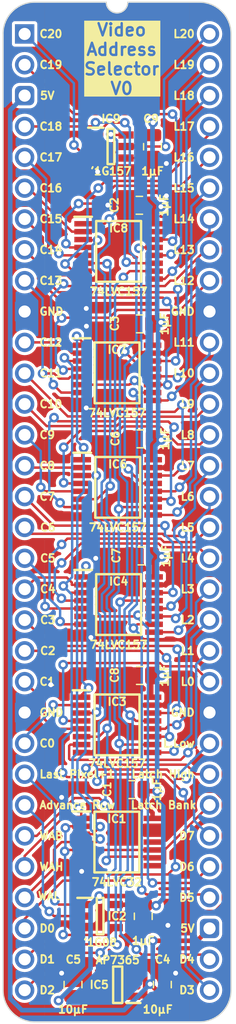
<source format=kicad_pcb>
(kicad_pcb (version 20221018) (generator pcbnew)
  (layers (0 "F.Cu" signal) (31 "B.Cu" signal) (34 "B.Paste" user) (35 "F.Paste" user) (36 "B.SilkS" user "B.Silkscreen") (37 "F.SilkS" user "F.Silkscreen") (38 "B.Mask" user) (39 "F.Mask" user) (44 "Edge.Cuts" user))
  (net 0 "")
  (net 1 "/5V")
  (net 2 "/GND")
  (net 3 "/3.3V")
  (net 5 "/LP·AR")
  (net 6 "/Write Address Low")
  (net 7 "/Latch Low")
  (net 8 "/Latch High")
  (net 9 "/Write Address High")
  (net 10 "/Write Address Bank")
  (net 11 "/C0")
  (net 12 "/D3")
  (net 13 "/L0")
  (net 14 "/C1")
  (net 15 "/D2")
  (net 16 "/L1")
  (net 17 "/L2")
  (net 18 "/D1")
  (net 19 "/C2")
  (net 20 "/L3")
  (net 21 "/D0")
  (net 22 "/C3")
  (net 23 "/C4")
  (net 24 "/D7")
  (net 25 "/L4")
  (net 26 "/C5")
  (net 27 "/D6")
  (net 28 "/L5")
  (net 29 "/L6")
  (net 30 "/D5")
  (net 31 "/C6")
  (net 32 "/L7")
  (net 33 "/D4")
  (net 34 "/C7")
  (net 35 "/C8")
  (net 36 "/L8")
  (net 37 "/C9")
  (net 38 "/L9")
  (net 39 "/L10")
  (net 40 "/C10")
  (net 41 "/L11")
  (net 42 "/C11")
  (net 43 "/C12")
  (net 44 "/L12")
  (net 45 "/C13")
  (net 46 "/L13")
  (net 47 "/L14")
  (net 48 "/C14")
  (net 49 "/L15")
  (net 50 "/C15")
  (net 51 "/C16")
  (net 52 "/L16")
  (net 53 "/C17")
  (net 54 "/L17")
  (net 55 "/L18")
  (net 56 "/C18")
  (net 57 "/L19")
  (net 58 "/C19")
  (net 59 "/C20")
  (net 60 "/L20")
  (net 61 "/Latch Bank")
  (net 63 "/Advance Row")
  (net 64 "/Last Pixel + 1")
  (footprint "SamacSys_Parts:SOP65P640X110-16N" (layer "F.Cu") (at 122.047 100.33)
    (fp_text reference "IC4")
    (fp_text value "74LVC157APW,118" hide)
  )
  (footprint "SamacSys_Parts:DIP-64_Board_W15.24mm" (layer "F.Cu") (at 114.3 53.34)
    (fp_text reference "J1" hide)
    (fp_text value "Conn_02x32_Counter_Clockwise")
    (fp_line (start -1.778 78.74) (end -1.778 0) (stroke (width 0.1)) (layer "Edge.Cuts"))
    (fp_line (start 6.727456 -2.6162) (end 0.832188 -2.613732) (stroke (width 0.1)) (layer "Edge.Cuts"))
    (fp_line (start 14.400723 -2.613733) (end 8.505456 -2.6162) (stroke (width 0.1)) (layer "Edge.Cuts"))
    (fp_line (start 14.404268 81.353732) (end 0.835733 81.353733) (stroke (width 0.1)) (layer "Edge.Cuts"))
    (fp_line (start 17.018 78.74) (end 17.017999 -0.000001) (stroke (width 0.1)) (layer "Edge.Cuts"))
    (fp_arc (start -1.781544 0) (mid -1.016 -1.848188) (end 0.832188 -2.613732) (stroke (width 0.1)) (layer "Edge.Cuts"))
    (fp_arc (start 0.835733 81.353733) (mid -1.012457 80.588189) (end -1.778 78.74) (stroke (width 0.1)) (layer "Edge.Cuts"))
    (fp_arc (start 8.505456 -2.6162) (mid 7.616456 -1.7272) (end 6.727456 -2.6162) (stroke (width 0.1)) (layer "Edge.Cuts"))
    (fp_arc (start 14.404267 -2.613733) (mid 16.252457 -1.84819) (end 17.017999 -0.000001) (stroke (width 0.1)) (layer "Edge.Cuts"))
    (fp_arc (start 17.018 78.74) (mid 16.252456 80.588187) (end 14.404268 81.353732) (stroke (width 0.1)) (layer "Edge.Cuts"))
  )
  (footprint "SamacSys_Parts:C_0805" (layer "F.Cu") (at 118.2878 131.638)
    (fp_text reference "C5")
    (fp_text value "10µF")
  )
  (footprint "SamacSys_Parts:C_0805" (layer "F.Cu") (at 123.7742 67.452275 90)
    (fp_text reference "C2")
    (fp_text value "1μF")
  )
  (footprint "SamacSys_Parts:SOT95P275X110-5N" (layer "F.Cu") (at 120.523 125.984)
    (fp_text reference "IC2")
    (fp_text value "74LVC1G08GV,125" hide)
  )
  (footprint "SamacSys_Parts:C_0805" (layer "F.Cu") (at 125.6538 131.638)
    (fp_text reference "C4")
    (fp_text value "10µF")
  )
  (footprint "SamacSys_Parts:C_0805" (layer "F.Cu") (at 123.8504 86.68512 90)
    (fp_text reference "C6")
    (fp_text value "1μF")
  )
  (footprint "SamacSys_Parts:C_0805" (layer "F.Cu") (at 124.841 62.611 180)
    (fp_text reference "C9")
    (fp_text value "1μF")
  )
  (footprint "SamacSys_Parts:C_0805" (layer "F.Cu") (at 123.7996 77.216 90)
    (fp_text reference "C3")
    (fp_text value "1μF")
  )
  (footprint "SamacSys_Parts:SOP65P640X110-16N" (layer "F.Cu") (at 121.9708 90.678)
    (fp_text reference "IC6")
    (fp_text value "74LVC157APW,118" hide)
  )
  (footprint "SamacSys_Parts:C_0805" (layer "F.Cu") (at 123.9266 96.32696 90)
    (fp_text reference "C7")
    (fp_text value "1μF")
  )
  (footprint "SamacSys_Parts:SOP65P640X110-16N" (layer "F.Cu") (at 121.92 110.236)
    (fp_text reference "IC3")
    (fp_text value "74LVC157APW,118" hide)
  )
  (footprint "SamacSys_Parts:SOT95P285X130-5N" (layer "F.Cu") (at 121.9708 131.638 180)
    (fp_text reference "IC5")
    (fp_text value "AP7365-33WG-7" hide)
  )
  (footprint "SamacSys_Parts:SOP65P640X110-16N" (layer "F.Cu") (at 121.92 81.24952)
    (fp_text reference "IC7")
    (fp_text value "74LVC157APW,118" hide)
  )
  (footprint "SamacSys_Parts:SOT95P275X110-6N" (layer "F.Cu") (at 121.412 62.611)
    (fp_text reference "IC9")
    (fp_text value "74LVC1G157GV-Q100H" hide)
  )
  (footprint "SamacSys_Parts:SOP65P640X110-14N" (layer "F.Cu") (at 121.903 119.888)
    (fp_text reference "IC1")
    (fp_text value "74LVC32APW,118" hide)
  )
  (footprint "SamacSys_Parts:C_0805" (layer "F.Cu") (at 123.173 115.57 90)
    (fp_text reference "C1")
    (fp_text value "1μF")
  )
  (footprint "SamacSys_Parts:SOP65P640X110-16N" (layer "F.Cu") (at 122.047 71.247)
    (fp_text reference "IC8")
    (fp_text value "74LVC157APW,118" hide)
  )
  (footprint "SamacSys_Parts:C_0805" (layer "F.Cu") (at 124.079 125.984 180)
    (fp_text reference "C10" hide)
    (fp_text value "1μF")
  )
  (footprint "SamacSys_Parts:C_0805" (layer "F.Cu") (at 123.7996 106.172 90)
    (fp_text reference "C8")
    (fp_text value "1μF")
  )
  (gr_text "L11" (at 128.397 78.74) (layer "F.SilkS") (effects (font (size 0.635 0.635) (thickness 0.15) bold) (justify right)))
  (gr_text "L18" (at 128.397 58.42) (layer "F.SilkS") (effects (font (size 0.635 0.635) (thickness 0.15) bold) (justify right)))
  (gr_text "C18" (at 115.443 60.96) (layer "F.SilkS") (effects (font (size 0.635 0.635) (thickness 0.15) bold) (justify left)))
  (gr_text "GND" (at 128.397 76.2) (layer "F.SilkS") (effects (font (size 0.635 0.635) (thickness 0.15) bold) (justify right)))
  (gr_text "L15" (at 128.397 66.04) (layer "F.SilkS") (effects (font (size 0.635 0.635) (thickness 0.15) bold) (justify right)))
  (gr_text "Advance Row" (at 115.443 116.84) (layer "F.SilkS") (effects (font (size 0.635 0.635) (thickness 0.15) bold) (justify left)))
  (gr_text "L9" (at 128.397 83.82) (layer "F.SilkS") (effects (font (size 0.635 0.635) (thickness 0.15) bold) (justify right)))
  (gr_text "L19" (at 128.397 55.88) (layer "F.SilkS") (effects (font (size 0.635 0.635) (thickness 0.15) bold) (justify right)))
  (gr_text "D5" (at 128.397 124.46) (layer "F.SilkS") (effects (font (size 0.635 0.635) (thickness 0.15) bold) (justify right)))
  (gr_text "L6" (at 128.397 91.44) (layer "F.SilkS") (effects (font (size 0.635 0.635) (thickness 0.15) bold) (justify right)))
  (gr_text "D7" (at 128.397 119.38) (layer "F.SilkS") (effects (font (size 0.635 0.635) (thickness 0.15) bold) (justify right)))
  (gr_text "L5" (at 128.397 93.98) (layer "F.SilkS") (effects (font (size 0.635 0.635) (thickness 0.15) bold) (justify right)))
  (gr_text "C4" (at 115.4938 99.06) (layer "F.SilkS") (effects (font (size 0.635 0.635) (thickness 0.15) bold) (justify left)))
  (gr_text "C6" (at 115.4938 93.98) (layer "F.SilkS") (effects (font (size 0.635 0.635) (thickness 0.15) bold) (justify left)))
  (gr_text "GND" (at 115.443 109.22) (layer "F.SilkS") (effects (font (size 0.635 0.635) (thickness 0.15) bold) (justify left)))
  (gr_text "C8" (at 115.443 88.9) (layer "F.SilkS") (effects (font (size 0.635 0.635) (thickness 0.15) bold) (justify left)))
  (gr_text "C2" (at 115.4938 104.14) (layer "F.SilkS") (effects (font (size 0.635 0.635) (thickness 0.15) bold) (justify left)))
  (gr_text "C10" (at 115.443 83.82) (layer "F.SilkS") (effects (font (size 0.635 0.635) (thickness 0.15) bold) (justify left)))
  (gr_text "L2" (at 128.397 101.6) (layer "F.SilkS") (effects (font (size 0.635 0.635) (thickness 0.15) bold) (justify right)))
  (gr_text "L10" (at 128.397 81.28) (layer "F.SilkS") (effects (font (size 0.635 0.635) (thickness 0.15) bold) (justify right)))
  (gr_text "C13" (at 115.443 73.66) (layer "F.SilkS") (effects (font (size 0.635 0.635) (thickness 0.15) bold) (justify left)))
  (gr_text "D2" (at 115.443 132.08) (layer "F.SilkS") (effects (font (size 0.635 0.635) (thickness 0.15) bold) (justify left)))
  (gr_text "Video\nAddress\nSelector\nV0" (at 122.301 58.42) (layer "F.SilkS" knockout) (effects (font (size 1 1) (thickness 0.2) bold) (justify bottom)))
  (gr_text "C16" (at 115.443 66.04) (layer "F.SilkS") (effects (font (size 0.635 0.635) (thickness 0.15) bold) (justify left)))
  (gr_text "L8" (at 128.397 86.36) (layer "F.SilkS") (effects (font (size 0.635 0.635) (thickness 0.15) bold) (justify right)))
  (gr_text "L7" (at 128.397 88.9) (layer "F.SilkS") (effects (font (size 0.635 0.635) (thickness 0.15) bold) (justify right)))
  (gr_text "D1" (at 115.443 129.54) (layer "F.SilkS") (effects (font (size 0.635 0.635) (thickness 0.15) bold) (justify left)))
  (gr_text "WAB" (at 115.443 119.38) (layer "F.SilkS") (effects (font (size 0.635 0.635) (thickness 0.15) bold) (justify left)))
  (gr_text "L14" (at 128.397 68.58) (layer "F.SilkS") (effects (font (size 0.635 0.635) (thickness 0.15) bold) (justify right)))
  (gr_text "Latch Bank" (at 128.524 116.84) (layer "F.SilkS") (effects (font (size 0.635 0.635) (thickness 0.15) bold) (justify right)))
  (gr_text "C20" (at 115.443 53.34) (layer "F.SilkS") (effects (font (size 0.635 0.635) (thickness 0.15) bold) (justify left)))
  (gr_text "5V" (at 115.4938 58.42) (layer "F.SilkS") (effects (font (size 0.635 0.635) (thickness 0.15) bold) (justify left)))
  (gr_text "5V" (at 128.397 127) (layer "F.SilkS") (effects (font (size 0.635 0.635) (thickness 0.15) bold) (justify right)))
  (gr_text "Last Pixel+1" (at 115.443 114.3) (layer "F.SilkS") (effects (font (size 0.635 0.635) (thickness 0.15) bold) (justify left)))
  (gr_text "D3" (at 128.397 132.08) (layer "F.SilkS") (effects (font (size 0.635 0.635) (thickness 0.15) bold) (justify right)))
  (gr_text "C9" (at 115.443 86.36) (layer "F.SilkS") (effects (font (size 0.635 0.635) (thickness 0.15) bold) (justify left)))
  (gr_text "L0" (at 128.397 106.68) (layer "F.SilkS") (effects (font (size 0.635 0.635) (thickness 0.15) bold) (justify right)))
  (gr_text "C5" (at 115.4938 96.52) (layer "F.SilkS") (effects (font (size 0.635 0.635) (thickness 0.15) bold) (justify left)))
  (gr_text "WAL" (at 115.316 124.333) (layer "F.SilkS") (effects (font (size 0.635 0.635) (thickness 0.15) bold) (justify left)))
  (gr_text "C7" (at 115.443 91.44) (layer "F.SilkS") (effects (font (size 0.635 0.635) (thickness 0.15) bold) (justify left)))
  (gr_text "D4" (at 128.397 129.54) (layer "F.SilkS") (effects (font (size 0.635 0.635) (thickness 0.15) bold) (justify right)))
  (gr_text "GND" (at 115.443 76.2) (layer "F.SilkS") (effects (font (size 0.635 0.635) (thickness 0.15) bold) (justify left)))
  (gr_text "L20" (at 128.397 53.34) (layer "F.SilkS") (effects (font (size 0.635 0.635) (thickness 0.15) bold) (justify right)))
  (gr_text "Latch High" (at 128.397 114.3) (layer "F.SilkS") (effects (font (size 0.635 0.635) (thickness 0.15) bold) (justify right)))
  (gr_text "C19" (at 115.443 55.88) (layer "F.SilkS") (effects (font (size 0.635 0.635) (thickness 0.15) bold) (justify left)))
  (gr_text "C15" (at 115.443 68.58) (layer "F.SilkS") (effects (font (size 0.635 0.635) (thickness 0.15) bold) (justify left)))
  (gr_text "C0" (at 115.443 111.76) (layer "F.SilkS") (effects (font (size 0.635 0.635) (thickness 0.15) bold) (justify left)))
  (gr_text "D6" (at 128.397 121.92) (layer "F.SilkS") (effects (font (size 0.635 0.635) (thickness 0.15) bold) (justify right)))
  (gr_text "L13" (at 128.397 71.12) (layer "F.SilkS") (effects (font (size 0.635 0.635) (thickness 0.15) bold) (justify right)))
  (gr_text "D0" (at 115.443 127) (layer "F.SilkS") (effects (font (size 0.635 0.635) (thickness 0.15) bold) (justify left)))
  (gr_text "L16" (at 128.397 63.5) (layer "F.SilkS") (effects (font (size 0.635 0.635) (thickness 0.15) bold) (justify right)))
  (gr_text "C3" (at 115.4938 101.6) (layer "F.SilkS") (effects (font (size 0.635 0.635) (thickness 0.15) bold) (justify left)))
  (gr_text "L4" (at 128.397 96.52) (layer "F.SilkS") (effects (font (size 0.635 0.635) (thickness 0.15) bold) (justify right)))
  (gr_text "C11" (at 115.443 81.28) (layer "F.SilkS") (effects (font (size 0.635 0.635) (thickness 0.15) bold) (justify left)))
  (gr_text "L3" (at 128.397 99.06) (layer "F.SilkS") (effects (font (size 0.635 0.635) (thickness 0.15) bold) (justify right)))
  (gr_text "C12" (at 115.443 78.74) (layer "F.SilkS") (effects (font (size 0.635 0.635) (thickness 0.15) bold) (justify left)))
  (gr_text "C14" (at 115.443 71.12) (layer "F.SilkS") (effects (font (size 0.635 0.635) (thickness 0.15) bold) (justify left)))
  (gr_text "L.Low" (at 128.397 111.76) (layer "F.SilkS") (effects (font (size 0.635 0.635) (thickness 0.15) bold) (justify right)))
  (gr_text "L1" (at 128.397 104.14) (layer "F.SilkS") (effects (font (size 0.635 0.635) (thickness 0.15) bold) (justify right)))
  (gr_text "GND" (at 128.397 109.22) (layer "F.SilkS") (effects (font (size 0.635 0.635) (thickness 0.15) bold) (justify right)))
  (gr_text "L12" (at 128.397 73.66) (layer "F.SilkS") (effects (font (size 0.635 0.635) (thickness 0.15) bold) (justify right)))
  (gr_text "WAH" (at 115.443 121.92) (layer "F.SilkS") (effects (font (size 0.635 0.635) (thickness 0.15) bold) (justify left)))
  (gr_text "L17" (at 128.397 60.96) (layer "F.SilkS") (effects (font (size 0.635 0.635) (thickness 0.15) bold) (justify right)))
  (gr_text "C17" (at 115.443 63.5) (layer "F.SilkS") (effects (font (size 0.635 0.635) (thickness 0.15) bold) (justify left)))
  (gr_text "C1" (at 115.443 106.68) (layer "F.SilkS") (effects (font (size 0.635 0.635) (thickness 0.15) bold) (justify left)))
  (segment (start 124.2358 132.578) (end 124.2258 132.588) (width 0.38) (layer "F.Cu") (net 1))
  (segment (start 124.2358 131.572) (end 124.2358 132.578) (width 0.38) (layer "F.Cu") (net 1))
  (segment (start 123.2708 130.688) (end 123.9758 130.688) (width 0.38) (layer "F.Cu") (net 1))
  (segment (start 128.524 128.016) (end 124.870016 128.016) (width 0.38) (layer "F.Cu") (net 1))
  (segment (start 129.54 127) (end 128.524 128.016) (width 0.38) (layer "F.Cu") (net 1))
  (segment (start 124.2358 131.572) (end 124.6538 131.572) (width 0.38) (layer "F.Cu") (net 1))
  (segment (start 124.6538 131.572) (end 125.6538 132.572) (width 0.38) (layer "F.Cu") (net 1))
  (segment (start 123.9758 130.688) (end 124.2358 130.948) (width 0.38) (layer "F.Cu") (net 1))
  (segment (start 124.2258 132.588) (end 123.2708 132.588) (width 0.38) (layer "F.Cu") (net 1))
  (segment (start 124.870016 128.016) (end 124.865169 128.011153) (width 0.38) (layer "F.Cu") (net 1))
  (segment (start 124.2358 130.948) (end 124.2358 131.572) (width 0.38) (layer "F.Cu") (net 1))
  (via (at 124.645027 131.582862) (size 0.8) (drill 0.4) (layers "F.Cu" "B.Cu") (net 1))
  (via (at 124.865169 128.011153) (size 0.8) (drill 0.4) (layers "F.Cu" "B.Cu") (net 1))
  (segment (start 114.066554 133.731) (end 122.496889 133.731) (width 0.38) (layer "B.Cu") (net 1))
  (segment (start 124.865169 131.36272) (end 124.865169 128.011153) (width 0.38) (layer "B.Cu") (net 1))
  (segment (start 124.645027 131.582862) (end 124.865169 131.36272) (width 0.38) (layer "B.Cu") (net 1))
  (segment (start 113.11 132.774446) (end 114.066554 133.731) (width 0.38) (layer "B.Cu") (net 1))
  (segment (start 122.496889 133.731) (end 124.645027 131.582862) (width 0.38) (layer "B.Cu") (net 1))
  (segment (start 114.3 58.42) (end 113.11 59.61) (width 0.38) (layer "B.Cu") (net 1))
  (segment (start 113.11 59.61) (end 113.11 132.774446) (width 0.38) (layer "B.Cu") (net 1))
  (segment (start 116.332 68.929085) (end 114.792915 67.39) (width 0.38) (layer "F.Cu") (net 2))
  (segment (start 127.534 69.622) (end 127.762 69.85) (width 0.38) (layer "F.Cu") (net 2))
  (segment (start 124.8958 89.053) (end 123.8158 89.053) (width 0.38) (layer "F.Cu") (net 2))
  (segment (start 130.73 97.172915) (end 130.032915 97.87) (width 0.38) (layer "F.Cu") (net 2))
  (segment (start 112.903 100.457) (end 112.903 107.823) (width 0.38) (layer "F.Cu") (net 2))
  (segment (start 123.867 98.705) (end 122.9606 97.7986) (width 0.38) (layer "F.Cu") (net 2))
  (segment (start 125.906988 126.95) (end 126.111 126.745988) (width 0.38) (layer "F.Cu") (net 2))
  (segment (start 124.845 108.611) (end 126.00982 108.611) (width 0.38) (layer "F.Cu") (net 2))
  (segment (start 126.672771 97.87) (end 125.837771 98.705) (width 0.38) (layer "F.Cu") (net 2))
  (segment (start 126.014 118.588) (end 124.841 118.588) (width 0.38) (layer "F.Cu") (net 2))
  (segment (start 122.062 89.481229) (end 122.189 89.608229) (width 0.38) (layer "F.Cu") (net 2))
  (segment (start 114.3 109.22) (end 116.205 111.125) (width 0.38) (layer "F.Cu") (net 2))
  (segment (start 130.032915 115.65) (end 128.952 115.65) (width 0.38) (layer "F.Cu") (net 2))
  (segment (start 121.772044 110.981382) (end 120.242426 112.511) (width 0.38) (layer "F.Cu") (net 2))
  (segment (start 118.9938 131.378) (end 122.3058 131.378) (width 0.38) (layer "F.Cu") (net 2))
  (segment (start 117.221 106.172) (end 116.459 106.934) (width 0.38) (layer "F.Cu") (net 2))
  (segment (start 122.8336 107.2904) (end 122.8336 107.6796) (width 0.38) (layer "F.Cu") (net 2))
  (segment (start 122.8336 107.2904) (end 121.905 108.219) (width 0.38) (layer "F.Cu") (net 2))
  (segment (start 125.958 89.053) (end 127.381 87.63) (width 0.38) (layer "F.Cu") (net 2))
  (segment (start 118.239396 73.522) (end 117.841396 73.124) (width 0.38) (layer "F.Cu") (net 2))
  (segment (start 121.412 62.975725) (end 121.412 64.016) (width 0.38) (layer "F.Cu") (net 2))
  (segment (start 125.646275 66.337275) (end 125.984 66.675) (width 0.38) (layer "F.Cu") (net 2))
  (segment (start 130.73 116.347085) (end 130.032915 115.65) (width 0.38) (layer "F.Cu") (net 2))
  (segment (start 113.03 100.33) (end 112.903 100.457) (width 0.38) (layer "F.Cu") (net 2))
  (segment (start 120.954229 73.522) (end 121.886 72.590229) (width 0.38) (layer "F.Cu") (net 2))
  (segment (start 121.173275 67.452275) (end 121.158 67.437) (width 0.38) (layer "F.Cu") (net 2))
  (segment (start 121.886 71.154) (end 123.418 69.622) (width 0.38) (layer "F.Cu") (net 2))
  (segment (start 130.73 98.567085) (end 130.032915 97.87) (width 0.38) (layer "F.Cu") (net 2))
  (segment (start 126.521811 108.099009) (end 128.419009 108.099009) (width 0.38) (layer "F.Cu") (net 2))
  (segment (start 122.189 91.171) (end 120.407 92.953) (width 0.38) (layer "F.Cu") (net 2))
  (segment (start 123.8455 118.588) (end 124.841 118.588) (width 0.38) (layer "F.Cu") (net 2))
  (segment (start 123.7808 89.018) (end 123.7808 88.7288) (width 0.38) (layer "F.Cu") (net 2))
  (segment (start 120.242426 112.511) (end 118.995 112.511) (width 0.38) (layer "F.Cu") (net 2))
  (segment (start 121.905 110.859808) (end 121.783426 110.981382) (width 0.38) (layer "F.Cu") (net 2))
  (segment (start 130.73 110.41) (end 129.54 109.22) (width 0.38) (layer "F.Cu") (net 2))
  (segment (start 122.8336 106.172) (end 117.221 106.172) (width 0.38) (layer "F.Cu") (net 2))
  (segment (start 118.995 83.750982) (end 119.38 84.135982) (width 0.38) (layer "F.Cu") (net 2))
  (segment (start 113.792 67.39) (end 113.11 66.708) (width 0.38) (layer "F.Cu") (net 2))
  (segment (start 123.078103 67.452275) (end 124.193103 66.337275) (width 0.38) (layer "F.Cu") (net 2))
  (segment (start 130.73 124.952915) (end 130.73 116.347085) (width 0.38) (layer "F.Cu") (net 2))
  (segment (start 130.032915 125.65) (end 130.73 124.952915) (width 0.38) (layer "F.Cu") (net 2))
  (segment (start 117.359 130.672) (end 117.348 130.683) (width 0.38) (layer "F.Cu") (net 2))
  (segment (start 127.381 87.63) (end 130.048 87.63) (width 0.38) (layer "F.Cu") (net 2))
  (segment (start 116.987915 102.605) (end 114.712915 100.33) (width 0.38) (layer "F.Cu") (net 2))
  (segment (start 112.903 107.823) (end 114.3 109.22) (width 0.38) (layer "F.Cu") (net 2))
  (segment (start 130.73 88.312) (end 130.73 97.172915) (width 0.38) (layer "F.Cu") (net 2))
  (segment (start 130.048 87.63) (end 130.73 88.312) (width 0.38) (layer "F.Cu") (net 2))
  (segment (start 119.122 73.522) (end 120.954229 73.522) (width 0.38) (layer "F.Cu") (net 2))
  (segment (start 130.937 77.597) (end 129.54 76.2) (width 0.38) (layer "F.Cu") (net 2))
  (segment (start 129.54 109.22) (end 130.73 108.03) (width 0.38) (layer "F.Cu") (net 2))
  (segment (start 126.735 130.672) (end 126.746 130.683) (width 0.38) (layer "F.Cu") (net 2))
  (segment (start 122.8082 69.0122) (end 122.8082 67.452275) (width 0.38) (layer "F.Cu") (net 2))
  (segment (start 123.8158 89.053) (end 123.7808 89.018) (width 0.38) (layer "F.Cu") (net 2))
  (segment (start 121.658 64.262) (end 123.444 64.262) (width 0.38) (layer "F.Cu") (net 2))
  (segment (start 121.905 108.219) (end 121.905 110.859808) (width 0.38) (layer "F.Cu") (net 2))
  (segment (start 123.444 64.262) (end 124.129 63.577) (width 0.38) (layer "F.Cu") (net 2))
  (segment (start 130.032915 97.87) (end 126.672771 97.87) (width 0.38) (layer "F.Cu") (net 2))
  (segment (start 121.047275 62.611) (end 121.412 62.975725) (width 0.38) (layer "F.Cu") (net 2))
  (segment (start 128.419009 108.099009) (end 129.54 109.22) (width 0.38) (layer "F.Cu") (net 2))
  (segment (start 122.8336 77.216) (end 119.585311 77.216) (width 0.38) (layer "F.Cu") (net 2))
  (segment (start 118.2878 130.672) (end 117.359 130.672) (width 0.38) (layer "F.Cu") (net 2))
  (segment (start 118.999 122.301) (end 118.999 121.872) (width 0.38) (layer "F.Cu") (net 2))
  (segment (start 121.783426 110.981382) (end 121.772044 110.981382) (width 0.38) (layer "F.Cu") (net 2))
  (segment (start 120.081 126.934) (end 119.273 126.934) (width 0.38) (layer "F.Cu") (net 2))
  (segment (start 124.841 118.588) (end 124.841 119.238) (width 0.38) (layer "F.Cu") (net 2))
  (segment (start 122.207 115.57) (end 122.207 116.9495) (width 0.38) (layer "F.Cu") (net 2))
  (segment (start 122.08 115.697) (end 117.856002 115.697) (width 0.38) (layer "F.Cu") (net 2))
  (segment (start 122.189 89.608229) (end 122.189 91.171) (width 0.38) (layer "F.Cu") (net 2))
  (segment (start 121.412 64.016) (end 121.658 64.262) (width 0.38) (layer "F.Cu") (net 2))
  (segment (start 122.5658 131.638) (end 123.2708 131.638) (width 0.38) (layer "F.Cu") (net 2))
  (segment (start 114.3 76.2) (end 113.11 75.01) (width 0.38) (layer "F.Cu") (net 2))
  (segment (start 122.8082 67.452275) (end 121.173275 67.452275) (width 0.38) (layer "F.Cu") (net 2))
  (segment (start 130.032915 115.65) (end 130.73 114.952915) (width 0.38) (layer "F.Cu") (net 2))
  (segment (start 125.6538 130.672) (end 126.735 130.672) (width 0.38) (layer "F.Cu") (net 2))
  (segment (start 130.73 75.01) (end 129.54 76.2) (width 0.38) (layer "F.Cu") (net 2))
  (segment (start 122.8844 87.8324) (end 122.8844 86.68512) (width 0.38) (layer "F.Cu") (net 2))
  (segment (start 123.7808 88.7288) (end 122.936 87.884) (width 0.38) (layer "F.Cu") (net 2))
  (segment (start 123.373 126.244) (end 120.771 126.244) (width 0.38) (layer "F.Cu") (net 2))
  (segment (start 124.972 98.705) (end 123.867 98.705) (width 0.38) (layer "F.Cu") (net 2))
  (segment (start 124.193103 66.337275) (end 125.646275 66.337275) (width 0.38) (layer "F.Cu") (net 2))
  (segment (start 124.972 69.622) (end 127.534 69.622) (width 0.38) (layer "F.Cu") (net 2))
  (segment (start 126.00982 108.611) (end 126.521811 108.099009) (width 0.38) (layer "F.Cu") (net 2))
  (segment (start 122.8336 107.6796) (end 123.765 108.611) (width 0.38) (layer "F.Cu") (net 2))
  (segment (start 130.048 87.63) (end 130.937 86.741) (width 0.38) (layer "F.Cu") (net 2))
  (segment (start 130.73 70.341001) (end 130.73 75.01) (width 0.38) (layer "F.Cu") (net 2))
  (segment (start 122.9606 96.32696) (end 120.35304 96.32696) (width 0.38) (layer "F.Cu") (net 2))
  (segment (start 114.792915 67.39) (end 113.792 67.39) (width 0.38) (layer "F.Cu") (net 2))
  (segment (start 116.812 73.124) (end 116.332 72.644) (width 0.38) (layer "F.Cu") (net 2))
  (segment (start 118.995 83.52452) (end 118.995 83.750982) (width 0.38) (layer "F.Cu") (net 2))
  (segment (start 122.936 87.884) (end 122.062 88.758) (width 0.38) (layer "F.Cu") (net 2))
  (segment (start 124.841 63.577) (end 125.553 63.577) (width 0.38) (layer "F.Cu") (net 2))
  (segment (start 116.332 72.644) (end 116.332 68.929085) (width 0.38) (layer "F.Cu") (net 2))
  (segment (start 117.841396 73.124) (end 116.812 73.124) (width 0.38) (layer "F.Cu") (net 2))
  (segment (start 120.407 92.953) (end 119.0458 92.953) (width 0.38) (layer "F.Cu") (net 2))
  (segment (start 122.9606 97.7986) (end 122.9606 96.32696) (width 0.38) (layer "F.Cu") (net 2))
  (segment (start 116.205 115.061998) (end 117.348002 116.205) (width 0.38) (layer "F.Cu") (net 2))
  (segment (start 118.2878 130.672) (end 118.9938 131.378) (width 0.38) (layer "F.Cu") (net 2))
  (segment (start 127.206988 125.65) (end 130.032915 125.65) (width 0.38) (layer "F.Cu") (net 2))
  (segment (start 116.205 111.125) (end 116.205 115.061998) (width 0.38) (layer "F.Cu") (net 2))
  (segment (start 119.122 102.605) (end 116.987915 102.605) (width 0.38) (layer "F.Cu") (net 2))
  (segment (start 124.9798 129.998) (end 122.3058 129.998) (width 0.38) (layer "F.Cu") (net 2))
  (segment (start 119.585311 77.216) (end 119.393311 77.408) (width 0.38) (layer "F.Cu") (net 2))
  (segment (start 124.129 63.577) (end 124.841 63.577) (width 0.38) (layer "F.Cu") (net 2))
  (segment (start 124.079 126.95) (end 123.373 126.244) (width 0.38) (layer "F.Cu") (net 2))
  (segment (start 122.062 88.758) (end 122.062 89.481229) (width 0.38) (layer "F.Cu") (net 2))
  (segment (start 122.8336 106.172) (end 122.8336 107.2904) (width 0.38) (layer "F.Cu") (net 2))
  (segment (start 113.967082 64.690003) (end 120.316003 64.690003) (width 0.38) (layer "F.Cu") (net 2))
  (segment (start 125.6538 130.672) (end 124.9798 129.998) (width 0.38) (layer "F.Cu") (net 2))
  (segment (start 113.11 75.01) (end 113.11 68.072) (width 0.38) (layer "F.Cu") (net 2))
  (segment (start 114.712915 100.33) (end 113.03 100.33) (width 0.38) (layer "F.Cu") (net 2))
  (segment (start 130.238999 69.85) (end 130.73 70.341001) (width 0.38) (layer "F.Cu") (net 2))
  (segment (start 123.418 69.622) (end 124.972 69.622) (width 0.38) (layer "F.Cu") (net 2))
  (segment (start 119.38 75.946) (end 114.554 75.946) (width 0.38) (layer "F.Cu") (net 2))
  (segment (start 120.771 126.244) (end 120.081 126.934) (width 0.38) (layer "F.Cu") (net 2))
  (segment (start 126.111 126.745988) (end 127.206988 125.65) (width 0.38) (layer "F.Cu") (net 2))
  (segment (start 130.937 86.741) (end 130.937 77.597) (width 0.38) (layer "F.Cu") (net 2))
  (segment (start 119.122 73.522) (end 118.239396 73.522) (width 0.38) (layer "F.Cu") (net 2))
  (segment (start 122.207 116.9495) (end 123.8455 118.588) (width 0.38) (layer "F.Cu") (net 2))
  (segment (start 117.856002 115.697) (end 117.348002 116.205) (width 0.38) (layer "F.Cu") (net 2))
  (segment (start 113.11 65.547085) (end 113.967082 64.690003) (width 0.38) (layer "F.Cu") (net 2))
  (segment (start 127.762 69.85) (end 130.238999 69.85) (width 0.38) (layer "F.Cu") (net 2))
  (segment (start 119.557 103.04) (end 119.761 103.04) (width 0.38) (layer "F.Cu") (net 2))
  (segment (start 124.8958 89.053) (end 125.958 89.053) (width 0.38) (layer "F.Cu") (net 2))
  (segment (start 123.418 69.622) (end 122.8082 69.0122) (width 0.38) (layer "F.Cu") (net 2))
  (segment (start 130.73 114.952915) (end 130.73 110.41) (width 0.38) (layer "F.Cu") (net 2))
  (segment (start 121.886 72.590229) (end 121.886 71.154) (width 0.38) (layer "F.Cu") (net 2))
  (segment (start 125.553 63.577) (end 125.984 64.008) (width 0.38) (layer "F.Cu") (net 2))
  (segment (start 125.837771 98.705) (end 124.972 98.705) (width 0.38) (layer "F.Cu") (net 2))
  (segment (start 130.73 108.03) (end 130.73 98.567085) (width 0.38) (layer "F.Cu") (net 2))
  (segment (start 122.3058 129.998) (end 122.3058 131.378) (width 0.38) (layer "F.Cu") (net 2))
  (segment (start 120.35304 96.32696) (end 120.16 96.52) (width 0.38) (layer "F.Cu") (net 2))
  (segment (start 123.765 108.611) (end 124.845 108.611) (width 0.38) (layer "F.Cu") (net 2))
  (segment (start 120.162 62.611) (end 121.047275 62.611) (width 0.38) (layer "F.Cu") (net 2))
  (segment (start 128.952 115.65) (end 126.014 118.588) (width 0.38) (layer "F.Cu") (net 2))
  (segment (start 113.11 68.072) (end 113.792 67.39) (width 0.38) (layer "F.Cu") (net 2))
  (segment (start 119.122 102.605) (end 119.557 103.04) (width 0.38) (layer "F.Cu") (net 2))
  (segment (start 113.11 66.708) (end 113.11 65.547085) (width 0.38) (layer "F.Cu") (net 2))
  (segment (start 122.3058 131.378) (end 122.5658 131.638) (width 0.38) (layer "F.Cu") (net 2))
  (segment (start 124.079 126.95) (end 125.906988 126.95) (width 0.38) (layer "F.Cu") (net 2))
  (segment (start 122.936 87.884) (end 122.8844 87.8324) (width 0.38) (layer "F.Cu") (net 2))
  (via (at 121.158 67.437) (size 0.8) (drill 0.4) (layers "F.Cu" "B.Cu") (net 2))
  (via (at 119.761 103.04) (size 0.8) (drill 0.4) (layers "F.Cu" "B.Cu") (net 2))
  (via (at 119.393311 77.408) (size 0.8) (drill 0.4) (layers "F.Cu" "B.Cu") (net 2))
  (via (at 118.999 122.301) (size 0.8) (drill 0.4) (layers "F.Cu" "B.Cu") (net 2))
  (via (at 120.16 96.52) (size 0.8) (drill 0.4) (layers "F.Cu" "B.Cu") (net 2))
  (via (at 119.38 75.946) (size 0.8) (drill 0.4) (layers "F.Cu" "B.Cu") (net 2))
  (via (at 120.316003 64.690003) (size 0.8) (drill 0.4) (layers "F.Cu" "B.Cu") (net 2))
  (via (at 119.38 84.135982) (size 0.8) (drill 0.4) (layers "F.Cu" "B.Cu") (net 2))
  (via (at 126.111 126.745988) (size 0.8) (drill 0.4) (layers "F.Cu" "B.Cu") (net 2))
  (via (at 117.348002 116.205) (size 0.8) (drill 0.4) (layers "F.Cu" "B.Cu") (net 2))
  (via (at 117.348 130.683) (size 0.8) (drill 0.4) (layers "F.Cu" "B.Cu") (net 2))
  (via (at 125.984 64.008) (size 0.8) (drill 0.4) (layers "F.Cu" "B.Cu") (net 2))
  (via (at 125.984 66.675) (size 0.8) (drill 0.4) (layers "F.Cu" "B.Cu") (net 2))
  (via (at 126.746 130.683) (size 0.8) (drill 0.4) (layers "F.Cu" "B.Cu") (net 2))
  (via (at 116.459 106.934) (size 0.8) (drill 0.4) (layers "F.Cu" "B.Cu") (net 2))
  (segment (start 118.999 122.301) (end 118.999 129.032) (width 0.38) (layer "B.Cu") (net 2))
  (segment (start 116.459 107.061) (end 114.3 109.22) (width 0.38) (layer "B.Cu") (net 2))
  (segment (start 119.761 98.425) (end 120.16 98.026) (width 0.38) (layer "B.Cu") (net 2))
  (segment (start 117.348002 116.205) (end 117.348002 117.221002) (width 0.38) (layer "B.Cu") (net 2))
  (segment (start 120.16 98.026) (end 120.16 96.52) (width 0.38) (layer "B.Cu") (net 2))
  (segment (start 125.984 66.675) (end 125.984 64.008) (width 0.38) (layer "B.Cu") (net 2))
  (segment (start 118.11 117.983) (end 118.999 118.872) (width 0.38) (layer "B.Cu") (net 2))
  (segment (start 117.348002 117.221002) (end 118.11 117.983) (width 0.38) (layer "B.Cu") (net 2))
  (segment (start 121.158 67.437) (end 121.158 65.532) (width 0.38) (layer "B.Cu") (net 2))
  (segment (start 119.761 103.04) (end 119.761 98.425) (width 0.38) (layer "B.Cu") (net 2))
  (segment (start 126.111 130.048) (end 126.111 126.745988) (width 0.38) (layer "B.Cu") (net 2))
  (segment (start 118.999 118.872) (end 118.999 122.301) (width 0.38) (layer "B.Cu") (net 2))
  (segment (start 116.459 106.934) (end 116.459 107.061) (width 0.38) (layer "B.Cu") (net 2))
  (segment (start 119.393311 77.408) (end 119.393311 75.959311) (width 0.38) (layer "B.Cu") (net 2))
  (segment (start 119.38 77.421311) (end 119.393311 77.408) (width 0.38) (layer "B.Cu") (net 2))
  (segment (start 119.38 84.135982) (end 119.38 77.421311) (width 0.38) (layer "B.Cu") (net 2))
  (segment (start 119.393311 75.959311) (end 119.38 75.946) (width 0.38) (layer "B.Cu") (net 2))
  (segment (start 118.999 129.032) (end 117.348 130.683) (width 0.38) (layer "B.Cu") (net 2))
  (segment (start 126.746 130.683) (end 126.111 130.048) (width 0.38) (layer "B.Cu") (net 2))
  (segment (start 121.158 65.532) (end 120.316003 64.690003) (width 0.38) (layer "B.Cu") (net 2))
  (segment (start 124.079 125.05) (end 125.059596 125.05) (width 0.38) (layer "F.Cu") (net 3))
  (segment (start 124.972 98.055) (end 124.972 96.43836) (width 0.38) (layer "F.Cu") (net 3))
  (segment (start 123.678771 125.05) (end 122.961771 124.333) (width 0.38) (layer "F.Cu") (net 3))
  (segment (start 117.463 132.572) (end 117.094 132.941) (width 0.38) (layer "F.Cu") (net 3))
  (segment (start 124.107 115.949) (end 124.107 116.741) (width 0.38) (layer "F.Cu") (net 3))
  (segment (start 124.079 125.05) (end 121.789 125.05) (width 0.38) (layer "F.Cu") (net 3))
  (segment (start 118.2878 132.572) (end 117.463 132.572) (width 0.38) (layer "F.Cu") (net 3))
  (segment (start 124.7082 67.452275) (end 125.41963 67.452275) (width 0.38) (layer "F.Cu") (net 3))
  (segment (start 124.548 115.697) (end 124.264 115.413) (width 0.38) (layer "F.Cu") (net 3))
  (segment (start 125.47222 86.68512) (end 125.560801 86.773701) (width 0.38) (layer "F.Cu") (net 3))
  (segment (start 124.7336 107.8496) (end 124.845 107.961) (width 0.38) (layer "F.Cu") (net 3))
  (segment (start 122.961771 124.333) (end 120.44999 124.333) (width 0.38) (layer "F.Cu") (net 3))
  (segment (start 124.7844 86.68512) (end 124.7844 88.2916) (width 0.38) (layer "F.Cu") (net 3))
  (segment (start 124.545219 61.677) (end 123.611219 62.611) (width 0.38) (layer "F.Cu") (net 3))
  (segment (start 125.059596 125.05) (end 125.136592 125.126996) (width 0.38) (layer "F.Cu") (net 3))
  (segment (start 124.7336 106.172) (end 124.7336 107.8496) (width 0.38) (layer "F.Cu") (net 3))
  (segment (start 125.41963 67.452275) (end 125.536785 67.56943) (width 0.38) (layer "F.Cu") (net 3))
  (segment (start 124.7844 88.2916) (end 124.8958 88.403) (width 0.38) (layer "F.Cu") (net 3))
  (segment (start 125.603 106.172) (end 124.7336 106.172) (width 0.38) (layer "F.Cu") (net 3))
  (segment (start 124.7844 86.68512) (end 125.47222 86.68512) (width 0.38) (layer "F.Cu") (net 3))
  (segment (start 124.972 68.972) (end 124.972 67.716075) (width 0.38) (layer "F.Cu") (net 3))
  (segment (start 124.841 60.686775) (end 124.883775 60.644) (width 0.38) (layer "F.Cu") (net 3))
  (segment (start 124.7336 78.86312) (end 124.845 78.97452) (width 0.38) (layer "F.Cu") (net 3))
  (segment (start 124.841 61.677) (end 124.841 60.686775) (width 0.38) (layer "F.Cu") (net 3))
  (segment (start 124.8606 77.089) (end 125.538 77.089) (width 0.38) (layer "F.Cu") (net 3))
  (segment (start 124.7336 77.216) (end 124.7336 78.86312) (width 0.38) (layer "F.Cu") (net 3))
  (segment (start 120.6708 132.588) (end 118.3038 132.588) (width 0.38) (layer "F.Cu") (net 3))
  (segment (start 124.107 116.741) (end 124.841 117.475) (width 0.38) (layer "F.Cu") (net 3))
  (segment (start 125.603 96.393) (end 124.92664 96.393) (width 0.38) (layer "F.Cu") (net 3))
  (segment (start 123.611219 62.611) (end 122.662 62.611) (width 0.38) (layer "F.Cu") (net 3))
  (segment (start 125.222 115.697) (end 124.548 115.697) (width 0.38) (layer "F.Cu") (net 3))
  (segment (start 124.841 117.475) (end 124.841 117.938) (width 0.38) (layer "F.Cu") (net 3))
  (via (at 125.538 77.089) (size 0.8) (drill 0.4) (layers "F.Cu" "B.Cu") (net 3))
  (via (at 125.136592 125.126996) (size 0.8) (drill 0.4) (layers "F.Cu" "B.Cu") (net 3))
  (via (at 125.536785 67.56943) (size 0.8) (drill 0.4) (layers "F.Cu" "B.Cu") (net 3))
  (via (at 125.222 115.697) (size 0.8) (drill 0.4) (layers "F.Cu" "B.Cu") (net 3))
  (via (at 125.603 96.393) (size 0.8) (drill 0.4) (layers "F.Cu" "B.Cu") (net 3))
  (via (at 120.44999 124.333) (size 0.8) (drill 0.4) (layers "F.Cu" "B.Cu") (net 3))
  (via (at 117.094 132.941) (size 0.8) (drill 0.4) (layers "F.Cu" "B.Cu") (net 3))
  (via (at 125.560801 86.773701) (size 0.8) (drill 0.4) (layers "F.Cu" "B.Cu") (net 3))
  (via (at 125.603 106.172) (size 0.8) (drill 0.4) (layers "F.Cu" "B.Cu") (net 3))
  (via (at 124.883775 60.644) (size 0.8) (drill 0.4) (layers "F.Cu" "B.Cu") (net 3))
  (segment (start 125.603 96.393) (end 125.073812 95.863812) (width 0.38) (layer "B.Cu") (net 3))
  (segment (start 119.733 125.04999) (end 120.44999 124.333) (width 0.38) (layer "B.Cu") (net 3))
  (segment (start 125.208842 96.787158) (end 125.208842 105.777842) (width 0.38) (layer "B.Cu") (net 3))
  (segment (start 125.073812 95.863812) (end 125.073812 87.26069) (width 0.38) (layer "B.Cu") (net 3))
  (segment (start 125.222 76.773) (end 125.222 67.884215) (width 0.38) (layer "B.Cu") (net 3))
  (segment (start 125.073812 87.26069) (end 125.560801 86.773701) (width 0.38) (layer "B.Cu") (net 3))
  (segment (start 125.73 124.533588) (end 125.136592 125.126996) (width 0.38) (layer "B.Cu") (net 3))
  (segment (start 125.222 67.884215) (end 125.536785 67.56943) (width 0.38) (layer "B.Cu") (net 3))
  (segment (start 125.603 106.172) (end 125.222 106.553) (width 0.38) (layer "B.Cu") (net 3))
  (segment (start 125.222 106.553) (end 125.222 115.697) (width 0.38) (layer "B.Cu") (net 3))
  (segment (start 125.208842 105.777842) (end 125.603 106.172) (width 0.38) (layer "B.Cu") (net 3))
  (segment (start 125.538 77.089) (end 125.222 76.773) (width 0.38) (layer "B.Cu") (net 3))
  (segment (start 124.841 60.686775) (end 124.841 66.873645) (width 0.38) (layer "B.Cu") (net 3))
  (segment (start 124.883775 60.644) (end 124.841 60.686775) (width 0.38) (layer "B.Cu") (net 3))
  (segment (start 117.094 132.941) (end 119.733 130.302) (width 0.38) (layer "B.Cu") (net 3))
  (segment (start 119.733 130.302) (end 119.733 125.04999) (width 0.38) (layer "B.Cu") (net 3))
  (segment (start 125.222 116.459) (end 125.73 116.967) (width 0.38) (layer "B.Cu") (net 3))
  (segment (start 125.603 96.393) (end 125.208842 96.787158) (width 0.38) (layer "B.Cu") (net 3))
  (segment (start 125.222 115.697) (end 125.222 116.459) (width 0.38) (layer "B.Cu") (net 3))
  (segment (start 125.303592 77.323408) (end 125.303592 86.516492) (width 0.38) (layer "B.Cu") (net 3))
  (segment (start 125.538 77.089) (end 125.303592 77.323408) (width 0.38) (layer "B.Cu") (net 3))
  (segment (start 125.303592 86.516492) (end 125.560801 86.773701) (width 0.38) (layer "B.Cu") (net 3))
  (segment (start 124.841 66.873645) (end 125.536785 67.56943) (width 0.38) (layer "B.Cu") (net 3))
  (segment (start 125.73 116.967) (end 125.73 124.533588) (width 0.38) (layer "B.Cu") (net 3))
  (segment (start 121.173 127.534) (end 121.773 126.934) (width 0.2) (layer "F.Cu") (net 5))
  (segment (start 117.501 127.534) (end 121.173 127.534) (width 0.2) (layer "F.Cu") (net 5))
  (segment (start 118.965 120.538) (end 124.841 120.538) (width 0.2) (layer "F.Cu") (net 5))
  (segment (start 117.475 127.508) (end 117.501 127.534) (width 0.2) (layer "F.Cu") (net 5))
  (segment (start 118.965 120.538) (end 117.714002 120.538) (width 0.2) (layer "F.Cu") (net 5))
  (segment (start 118.965 118.588) (end 117.793914 118.588) (width 0.2) (layer "F.Cu") (net 5))
  (segment (start 117.793914 118.588) (end 117.660434 118.72148) (width 0.2) (layer "F.Cu") (net 5))
  (segment (start 117.714002 120.538) (end 117.602002 120.65) (width 0.2) (layer "F.Cu") (net 5))
  (via (at 117.475 127.508) (size 0.8) (drill 0.4) (layers "F.Cu" "B.Cu") (net 5))
  (via (at 117.602002 120.65) (size 0.8) (drill 0.4) (layers "F.Cu" "B.Cu") (net 5))
  (via (at 117.660434 118.72148) (size 0.8) (drill 0.4) (layers "F.Cu" "B.Cu") (net 5))
  (segment (start 117.660434 120.591568) (end 117.602002 120.65) (width 0.2) (layer "B.Cu") (net 5))
  (segment (start 117.660434 118.72148) (end 117.660434 120.591568) (width 0.2) (layer "B.Cu") (net 5))
  (segment (start 117.632422 127.350578) (end 117.632422 120.68042) (width 0.2) (layer "B.Cu") (net 5))
  (segment (start 117.632422 120.68042) (end 117.602002 120.65) (width 0.2) (layer "B.Cu") (net 5))
  (segment (start 117.475 127.508) (end 117.632422 127.350578) (width 0.2) (layer "B.Cu") (net 5))
  (segment (start 116.720998 120.515002) (end 116.720998 122.039002) (width 0.2) (layer "F.Cu") (net 6))
  (segment (start 119.122 97.385) (end 119.352 97.155) (width 0.2) (layer "F.Cu") (net 6))
  (segment (start 119.122 98.055) (end 119.122 97.385) (width 0.2) (layer "F.Cu") (net 6))
  (segment (start 118.965 119.888) (end 117.348 119.888) (width 0.2) (layer "F.Cu") (net 6))
  (segment (start 117.348 119.888) (end 116.720998 120.515002) (width 0.2) (layer "F.Cu") (net 6))
  (segment (start 118.995 107.961) (end 118.995 107.764996) (width 0.2) (layer "F.Cu") (net 6))
  (segment (start 118.965 119.888) (end 120.269 119.888) (width 0.2) (layer "F.Cu") (net 6))
  (segment (start 120.269 119.888) (end 120.523 119.634) (width 0.2) (layer "F.Cu") (net 6))
  (segment (start 118.995 107.764996) (end 119.572 107.187996) (width 0.2) (layer "F.Cu") (net 6))
  (segment (start 116.720998 122.039002) (end 114.3 124.46) (width 0.2) (layer "F.Cu") (net 6))
  (via (at 119.572 107.187996) (size 0.8) (drill 0.4) (layers "F.Cu" "B.Cu") (net 6))
  (via (at 119.352 97.155) (size 0.8) (drill 0.4) (layers "F.Cu" "B.Cu") (net 6))
  (via (at 120.523 119.634) (size 0.8) (drill 0.4) (layers "F.Cu" "B.Cu") (net 6))
  (segment (start 119.037 106.652996) (end 119.037 98.249035) (width 0.2) (layer "B.Cu") (net 6))
  (segment (start 119.037 98.249035) (end 119.144 98.142036) (width 0.2) (layer "B.Cu") (net 6))
  (segment (start 118.649459 115.72846) (end 118.649459 113.151591) (width 0.2) (layer "B.Cu") (net 6))
  (segment (start 119.144 98.142036) (end 119.144 97.363) (width 0.2) (layer "B.Cu") (net 6))
  (segment (start 119.749991 116.828992) (end 118.649459 115.72846) (width 0.2) (layer "B.Cu") (net 6))
  (segment (start 119.749991 118.860991) (end 119.749991 116.828992) (width 0.2) (layer "B.Cu") (net 6))
  (segment (start 119.308385 112.492665) (end 119.308385 107.451611) (width 0.2) (layer "B.Cu") (net 6))
  (segment (start 119.308385 107.451611) (end 119.572 107.187996) (width 0.2) (layer "B.Cu") (net 6))
  (segment (start 118.649459 113.151591) (end 119.308385 112.492665) (width 0.2) (layer "B.Cu") (net 6))
  (segment (start 119.144 97.363) (end 119.352 97.155) (width 0.2) (layer "B.Cu") (net 6))
  (segment (start 119.572 107.187996) (end 119.037 106.652996) (width 0.2) (layer "B.Cu") (net 6))
  (segment (start 120.523 119.634) (end 119.749991 118.860991) (width 0.2) (layer "B.Cu") (net 6))
  (segment (start 118.965 121.188) (end 119.81705 121.188) (width 0.2) (layer "F.Cu") (net 7))
  (segment (start 126.111 122.555) (end 126.746 121.92) (width 0.2) (layer "F.Cu") (net 7))
  (segment (start 119.81705 121.188) (end 121.18405 122.555) (width 0.2) (layer "F.Cu") (net 7))
  (segment (start 121.18405 122.555) (end 126.111 122.555) (width 0.2) (layer "F.Cu") (net 7))
  (via (at 126.746 121.92) (size 0.8) (drill 0.4) (layers "F.Cu" "B.Cu") (net 7))
  (segment (start 126.681 114.619) (end 126.681 121.855) (width 0.2) (layer "B.Cu") (net 7))
  (segment (start 126.681 121.855) (end 126.746 121.92) (width 0.2) (layer "B.Cu") (net 7))
  (segment (start 129.54 111.76) (end 126.681 114.619) (width 0.2) (layer "B.Cu") (net 7))
  (segment (start 129.54 114.3) (end 128.40863 114.3) (width 0.2) (layer "F.Cu") (net 8))
  (segment (start 118.965 119.238) (end 119.903 119.238) (width 0.2) (layer "F.Cu") (net 8))
  (segment (start 119.903 119.238) (end 120.523 118.618) (width 0.2) (layer "F.Cu") (net 8))
  (segment (start 127.624316 113.515686) (end 119.649459 113.515686) (width 0.2) (layer "F.Cu") (net 8))
  (segment (start 119.649459 113.515686) (end 119.349459 113.815686) (width 0.2) (layer "F.Cu") (net 8))
  (segment (start 128.40863 114.3) (end 127.624316 113.515686) (width 0.2) (layer "F.Cu") (net 8))
  (via (at 120.523 118.618) (size 0.8) (drill 0.4) (layers "F.Cu" "B.Cu") (net 8))
  (via (at 119.349459 113.815686) (size 0.8) (drill 0.4) (layers "F.Cu" "B.Cu") (net 8))
  (segment (start 120.149992 116.663307) (end 119.349459 115.862774) (width 0.2) (layer "B.Cu") (net 8))
  (segment (start 120.149992 118.244992) (end 120.149992 116.663307) (width 0.2) (layer "B.Cu") (net 8))
  (segment (start 119.349459 115.862774) (end 119.349459 113.815686) (width 0.2) (layer "B.Cu") (net 8))
  (segment (start 120.523 118.618) (end 120.149992 118.244992) (width 0.2) (layer "B.Cu") (net 8))
  (segment (start 118.995 78.63991) (end 118.590005 78.234915) (width 0.2) (layer "F.Cu") (net 9))
  (segment (start 118.995 78.97452) (end 118.995 78.63991) (width 0.2) (layer "F.Cu") (net 9))
  (segment (start 114.3 121.92) (end 114.3 121.031) (width 0.2) (layer "F.Cu") (net 9))
  (segment (start 117.393 117.938) (end 118.965 117.938) (width 0.2) (layer "F.Cu") (net 9))
  (segment (start 119.0458 87.53671) (end 119.169 87.41351) (width 0.2) (layer "F.Cu") (net 9))
  (segment (start 118.965 117.938) (end 118.965 117.314004) (width 0.2) (layer "F.Cu") (net 9))
  (segment (start 119.0458 88.403) (end 119.0458 87.53671) (width 0.2) (layer "F.Cu") (net 9))
  (segment (start 118.965 117.314004) (end 118.744998 117.094002) (width 0.2) (layer "F.Cu") (net 9))
  (segment (start 114.3 121.031) (end 117.393 117.938) (width 0.2) (layer "F.Cu") (net 9))
  (via (at 118.744998 117.094002) (size 0.8) (drill 0.4) (layers "F.Cu" "B.Cu") (net 9))
  (via (at 118.590005 78.234915) (size 0.8) (drill 0.4) (layers "F.Cu" "B.Cu") (net 9))
  (via (at 119.169 87.41351) (size 0.8) (drill 0.4) (layers "F.Cu" "B.Cu") (net 9))
  (segment (start 119.169 87.41351) (end 119.169 91.047635) (width 0.2) (layer "B.Cu") (net 9))
  (segment (start 118.249459 116.598463) (end 118.744998 117.094002) (width 0.2) (layer "B.Cu") (net 9))
  (segment (start 118.617 98.237096) (end 118.617 112.592315) (width 0.2) (layer "B.Cu") (net 9))
  (segment (start 118.618 86.86251) (end 118.618 78.26291) (width 0.2) (layer "B.Cu") (net 9))
  (segment (start 118.637 98.217097) (end 118.617 98.237096) (width 0.2) (layer "B.Cu") (net 9))
  (segment (start 118.249459 112.959856) (end 118.249459 116.598463) (width 0.2) (layer "B.Cu") (net 9))
  (segment (start 118.637 91.579635) (end 118.637 98.217097) (width 0.2) (layer "B.Cu") (net 9))
  (segment (start 118.618 78.26291) (end 118.590005 78.234915) (width 0.2) (layer "B.Cu") (net 9))
  (segment (start 118.617 112.592315) (end 118.249459 112.959856) (width 0.2) (layer "B.Cu") (net 9))
  (segment (start 119.169 87.41351) (end 118.618 86.86251) (width 0.2) (layer "B.Cu") (net 9))
  (segment (start 119.169 91.047635) (end 118.637 91.579635) (width 0.2) (layer "B.Cu") (net 9))
  (segment (start 120.893 68.972) (end 119.122 68.972) (width 0.2) (layer "F.Cu") (net 10))
  (segment (start 121.4651 61.661) (end 121.40555 61.60145) (width 0.2) (layer "F.Cu") (net 10))
  (segment (start 120.452458 116.261458) (end 120.904 116.713) (width 0.2) (layer "F.Cu") (net 10))
  (segment (start 122.662 61.661) (end 121.4651 61.661) (width 0.2) (layer "F.Cu") (net 10))
  (segment (start 121.352 121.091) (end 121.031 121.412) (width 0.2) (layer "F.Cu") (net 10))
  (segment (start 121.285 68.58) (end 120.893 68.972) (width 0.2) (layer "F.Cu") (net 10))
  (segment (start 114.3 119.38) (end 115.28995 119.38) (width 0.2) (layer "F.Cu") (net 10))
  (segment (start 118.408492 116.261458) (end 120.452458 116.261458) (width 0.2) (layer "F.Cu") (net 10))
  (segment (start 115.28995 119.38) (end 118.408492 116.261458) (width 0.2) (layer "F.Cu") (net 10))
  (segment (start 124.744 121.091) (end 121.352 121.091) (width 0.2) (layer "F.Cu") (net 10))
  (via (at 121.40555 61.60145) (size 0.8) (drill 0.4) (layers "F.Cu" "B.Cu") (net 10))
  (via (at 120.904 116.713) (size 0.8) (drill 0.4) (layers "F.Cu" "B.Cu") (net 10))
  (via (at 121.285 68.58) (size 0.8) (drill 0.4) (layers "F.Cu" "B.Cu") (net 10))
  (via (at 121.031 121.412) (size 0.8) (drill 0.4) (layers "F.Cu" "B.Cu") (net 10))
  (segment (start 121.92 67.945) (end 121.92 62.1159) (width 0.2) (layer "B.Cu") (net 10))
  (segment (start 120.923 101.053315) (end 120.923 109.532592) (width 0.2) (layer "B.Cu") (net 10))
  (segment (start 121.223 117.032) (end 121.223 121.22) (width 0.2) (layer "B.Cu") (net 10))
  (segment (start 120.396 72.655495) (end 120.911833 73.171328) (width 0.2) (layer "B.Cu") (net 10))
  (segment (start 120.923 109.532592) (end 120.409309 110.046283) (width 0.2) (layer "B.Cu") (net 10))
  (segment (start 121.26 93.675636) (end 121.26 98.888686) (width 0.2) (layer "B.Cu") (net 10))
  (segment (start 120.963387 113.873978) (end 120.963387 116.653613) (width 0.2) (layer "B.Cu") (net 10))
  (segment (start 121.285 68.58) (end 121.285 70.644791) (width 0.2) (layer "B.Cu") (net 10))
  (segment (start 121.223 121.22) (end 121.031 121.412) (width 0.2) (layer "B.Cu") (net 10))
  (segment (start 121.26 98.888686) (end 120.669 99.479686) (width 0.2) (layer "B.Cu") (net 10))
  (segment (start 120.669 100.799313) (end 120.923 101.053315) (width 0.2) (layer "B.Cu") (net 10))
  (segment (start 120.652 93.067636) (end 121.26 93.675636) (width 0.2) (layer "B.Cu") (net 10))
  (segment (start 120.911833 73.171328) (end 120.911833 90.019196) (width 0.2) (layer "B.Cu") (net 10))
  (segment (start 120.669 99.479686) (end 120.669 100.799313) (width 0.2) (layer "B.Cu") (net 10))
  (segment (start 120.904 116.713) (end 121.223 117.032) (width 0.2) (layer "B.Cu") (net 10))
  (segment (start 120.652 90.279029) (end 120.652 93.067636) (width 0.2) (layer "B.Cu") (net 10))
  (segment (start 120.911833 90.019196) (end 120.652 90.279029) (width 0.2) (layer "B.Cu") (net 10))
  (segment (start 121.92 62.1159) (end 121.40555 61.60145) (width 0.2) (layer "B.Cu") (net 10))
  (segment (start 120.409309 113.3199) (end 120.963387 113.873978) (width 0.2) (layer "B.Cu") (net 10))
  (segment (start 120.396 71.533791) (end 120.396 72.655495) (width 0.2) (layer "B.Cu") (net 10))
  (segment (start 121.285 68.58) (end 121.92 67.945) (width 0.2) (layer "B.Cu") (net 10))
  (segment (start 120.963387 116.653613) (end 120.904 116.713) (width 0.2) (layer "B.Cu") (net 10))
  (segment (start 120.409309 110.046283) (end 120.409309 113.3199) (width 0.2) (layer "B.Cu") (net 10))
  (segment (start 121.285 70.644791) (end 120.396 71.533791) (width 0.2) (layer "B.Cu") (net 10))
  (segment (start 116.67702 108.611) (end 116.65102 108.585) (width 0.2) (layer "F.Cu") (net 11))
  (segment (start 118.995 108.611) (end 116.67702 108.611) (width 0.2) (layer "F.Cu") (net 11))
  (via (at 116.65102 108.585) (size 0.8) (drill 0.4) (layers "F.Cu" "B.Cu") (net 11))
  (segment (start 114.3 111.252) (end 116.65102 108.90098) (width 0.2) (layer "B.Cu") (net 11))
  (segment (start 116.65102 108.90098) (end 116.65102 108.585) (width 0.2) (layer "B.Cu") (net 11))
  (segment (start 120.193404 89.703) (end 120.205143 89.691261) (width 0.2) (layer "F.Cu") (net 12))
  (segment (start 125.872686 114.315686) (end 120.82936 114.315686) (width 0.2) (layer "F.Cu") (net 12))
  (segment (start 120.154522 109.261) (end 120.223 109.192522) (width 0.2) (layer "F.Cu") (net 12))
  (segment (start 119.0458 89.703) (end 120.193404 89.703) (width 0.2) (layer "F.Cu") (net 12))
  (segment (start 127.381 115.824) (end 125.872686 114.315686) (width 0.2) (layer "F.Cu") (net 12))
  (segment (start 120.82936 114.315686) (end 120.263387 114.881659) (width 0.2) (layer "F.Cu") (net 12))
  (segment (start 118.995 109.261) (end 120.154522 109.261) (width 0.2) (layer "F.Cu") (net 12))
  (segment (start 120.314375 70.32155) (end 119.17155 70.32155) (width 0.2) (layer "F.Cu") (net 12))
  (via (at 127.381 115.824) (size 0.8) (drill 0.4) (layers "F.Cu" "B.Cu") (net 12))
  (via (at 120.205143 89.691261) (size 0.8) (drill 0.4) (layers "F.Cu" "B.Cu") (net 12))
  (via (at 120.223 109.192522) (size 0.8) (drill 0.4) (layers "F.Cu" "B.Cu") (net 12))
  (via (at 120.314375 70.32155) (size 0.8) (drill 0.4) (layers "F.Cu" "B.Cu") (net 12))
  (via (at 120.263387 114.881659) (size 0.8) (drill 0.4) (layers "F.Cu" "B.Cu") (net 12))
  (segment (start 120.269 99.187) (end 120.86 98.596) (width 0.2) (layer "B.Cu") (net 12))
  (segment (start 120.205143 73.030324) (end 120.205143 89.691261) (width 0.2) (layer "B.Cu") (net 12))
  (segment (start 120.223 109.192522) (end 120.523 108.892522) (width 0.2) (layer "B.Cu") (net 12))
  (segment (start 120.223 109.192522) (end 120.009309 109.406213) (width 0.2) (layer "B.Cu") (net 12))
  (segment (start 120.314375 70.32155) (end 119.893455 70.74247) (width 0.2) (layer "B.Cu") (net 12))
  (segment (start 120.86 98.596) (end 120.86 93.841322) (width 0.2) (layer "B.Cu") (net 12))
  (segment (start 120.009309 109.406213) (end 120.009309 113.485586) (width 0.2) (layer "B.Cu") (net 12))
  (segment (start 120.523 101.219) (end 120.269 100.964998) (width 0.2) (layer "B.Cu") (net 12))
  (segment (start 120.009309 113.485586) (end 120.263387 113.739664) (width 0.2) (layer "B.Cu") (net 12))
  (segment (start 120.523 108.892522) (end 120.523 101.219) (width 0.2) (layer "B.Cu") (net 12))
  (segment (start 119.893455 72.718636) (end 120.205143 73.030324) (width 0.2) (layer "B.Cu") (net 12))
  (segment (start 120.86 93.841322) (end 120.205143 93.186465) (width 0.2) (layer "B.Cu") (net 12))
  (segment (start 129.54 132.08) (end 127.57 130.11) (width 0.2) (layer "B.Cu") (net 12))
  (segment (start 119.893455 70.74247) (end 119.893455 72.718636) (width 0.2) (layer "B.Cu") (net 12))
  (segment (start 120.205143 93.186465) (end 120.205143 89.691261) (width 0.2) (layer "B.Cu") (net 12))
  (segment (start 127.57 130.11) (end 127.57 116.013) (width 0.2) (layer "B.Cu") (net 12))
  (segment (start 127.57 116.013) (end 127.381 115.824) (width 0.2) (layer "B.Cu") (net 12))
  (segment (start 120.263387 113.739664) (end 120.263387 114.881659) (width 0.2) (layer "B.Cu") (net 12))
  (segment (start 120.269 100.964998) (end 120.269 99.187) (width 0.2) (layer "B.Cu") (net 12))
  (segment (start 125.708892 105.413) (end 128.273 105.413) (width 0.2) (layer "F.Cu") (net 13))
  (segment (start 117.611 105.147) (end 125.442892 105.147) (width 0.2) (layer "F.Cu") (net 13))
  (segment (start 118.995 109.911) (end 117.525 109.911) (width 0.2) (layer "F.Cu") (net 13))
  (segment (start 128.273 105.413) (end 129.54 106.68) (width 0.2) (layer "F.Cu") (net 13))
  (segment (start 125.442892 105.147) (end 125.708892 105.413) (width 0.2) (layer "F.Cu") (net 13))
  (segment (start 117.475 105.283) (end 117.611 105.147) (width 0.2) (layer "F.Cu") (net 13))
  (segment (start 117.525 109.911) (end 117.475 109.861) (width 0.2) (layer "F.Cu") (net 13))
  (via (at 117.475 105.283) (size 0.8) (drill 0.4) (layers "F.Cu" "B.Cu") (net 13))
  (via (at 117.475 109.861) (size 0.8) (drill 0.4) (layers "F.Cu" "B.Cu") (net 13))
  (segment (start 117.475 109.861) (end 117.475 105.283) (width 0.2) (layer "B.Cu") (net 13))
  (segment (start 118.995 110.561) (end 116.726315 110.561) (width 0.2) (layer "F.Cu") (net 14))
  (segment (start 115.951 109.785685) (end 115.951 108.331) (width 0.2) (layer "F.Cu") (net 14))
  (segment (start 115.951 108.331) (end 114.3 106.68) (width 0.2) (layer "F.Cu") (net 14))
  (segment (start 116.726315 110.561) (end 115.951 109.785685) (width 0.2) (layer "F.Cu") (net 14))
  (segment (start 119.0458 91.653) (end 120.267979 91.653) (width 0.2) (layer "F.Cu") (net 15))
  (segment (start 121.055 72.222) (end 121.096 72.263) (width 0.2) (layer "F.Cu") (net 15))
  (segment (start 114.3 132.08) (end 117.372057 129.007943) (width 0.2) (layer "F.Cu") (net 15))
  (segment (start 120.267979 91.653) (end 121.352 90.568979) (width 0.2) (layer "F.Cu") (net 15))
  (segment (start 120.425196 111.211) (end 121.109309 110.526887) (width 0.2) (layer "F.Cu") (net 15))
  (segment (start 119.122 72.222) (end 121.055 72.222) (width 0.2) (layer "F.Cu") (net 15))
  (segment (start 118.995 111.211) (end 120.425196 111.211) (width 0.2) (layer "F.Cu") (net 15))
  (segment (start 117.372057 129.007943) (end 120.523 129.007943) (width 0.2) (layer "F.Cu") (net 15))
  (via (at 121.096 72.263) (size 0.8) (drill 0.4) (layers "F.Cu" "B.Cu") (net 15))
  (via (at 120.523 129.007943) (size 0.8) (drill 0.4) (layers "F.Cu" "B.Cu") (net 15))
  (via (at 121.352 90.568979) (size 0.8) (drill 0.4) (layers "F.Cu" "B.Cu") (net 15))
  (via (at 121.109309 110.526887) (size 0.8) (drill 0.4) (layers "F.Cu" "B.Cu") (net 15))
  (segment (start 121.22 122.646858) (end 121.22 128.310943) (width 0.2) (layer "B.Cu") (net 15))
  (segment (start 121.66 99.054372) (end 121.66 93.509951) (width 0.2) (layer "B.Cu") (net 15))
  (segment (start 121.069 99.645372) (end 121.66 99.054372) (width 0.2) (layer "B.Cu") (net 15))
  (segment (start 121.069 90.851979) (end 121.352 90.568979) (width 0.2) (layer "B.Cu") (net 15))
  (segment (start 121.069 92.918951) (end 121.069 90.851979) (width 0.2) (layer "B.Cu") (net 15))
  (segment (start 121.352 72.519) (end 121.096 72.263) (width 0.2) (layer "B.Cu") (net 15))
  (segment (start 121.069 100.633628) (end 121.069 99.645372) (width 0.2) (layer "B.Cu") (net 15))
  (segment (start 121.109309 110.526887) (end 121.323 110.313196) (width 0.2) (layer "B.Cu") (net 15))
  (segment (start 121.323 100.887629) (end 121.069 100.633628) (width 0.2) (layer "B.Cu") (net 15))
  (segment (start 121.793 122.073858) (end 121.22 122.646858) (width 0.2) (layer "B.Cu") (net 15))
  (segment (start 121.323 110.313196) (end 121.323 100.887629) (width 0.2) (layer "B.Cu") (net 15))
  (segment (start 121.793 114.046) (end 121.793 122.073858) (width 0.2) (layer "B.Cu") (net 15))
  (segment (start 121.66 93.509951) (end 121.069 92.918951) (width 0.2) (layer "B.Cu") (net 15))
  (segment (start 121.109309 113.362309) (end 121.793 114.046) (width 0.2) (layer "B.Cu") (net 15))
  (segment (start 121.22 128.310943) (end 120.523 129.007943) (width 0.2) (layer "B.Cu") (net 15))
  (segment (start 121.109309 110.526887) (end 121.109309 113.362309) (width 0.2) (layer "B.Cu") (net 15))
  (segment (start 121.352 90.568979) (end 121.352 72.519) (width 0.2) (layer "B.Cu") (net 15))
  (segment (start 118.07 111.861) (end 118.995 111.861) (width 0.2) (layer "F.Cu") (net 16))
  (segment (start 127.762 112.522) (end 127.168314 113.115686) (width 0.2) (layer "F.Cu") (net 16))
  (segment (start 117.97 111.961) (end 118.07 111.861) (width 0.2) (layer "F.Cu") (net 16))
  (segment (start 127.168314 113.115686) (end 118.049686 113.115686) (width 0.2) (layer "F.Cu") (net 16))
  (segment (start 117.97 113.036) (end 117.97 111.961) (width 0.2) (layer "F.Cu") (net 16))
  (segment (start 118.049686 113.115686) (end 117.97 113.036) (width 0.2) (layer "F.Cu") (net 16))
  (via (at 127.762 112.522) (size 0.8) (drill 0.4) (layers "F.Cu" "B.Cu") (net 16))
  (segment (start 128.44 105.24) (end 128.44 111.844) (width 0.2) (layer "B.Cu") (net 16))
  (segment (start 128.44 111.844) (end 127.762 112.522) (width 0.2) (layer "B.Cu") (net 16))
  (segment (start 129.54 104.14) (end 128.44 105.24) (width 0.2) (layer "B.Cu") (net 16))
  (segment (start 126.503 112.511) (end 126.619 112.395) (width 0.2) (layer "F.Cu") (net 17))
  (segment (start 124.845 112.511) (end 126.503 112.511) (width 0.2) (layer "F.Cu") (net 17))
  (via (at 126.619 112.395) (size 0.8) (drill 0.4) (layers "F.Cu" "B.Cu") (net 17))
  (segment (start 128.04 110.974) (end 128.04 103.1) (width 0.2) (layer "B.Cu") (net 17))
  (segment (start 126.619 112.395) (end 128.04 110.974) (width 0.2) (layer "B.Cu") (net 17))
  (segment (start 128.04 103.1) (end 129.54 101.6) (width 0.2) (layer "B.Cu") (net 17))
  (segment (start 114.3 129.54) (end 115.532057 128.307943) (width 0.2) (layer "F.Cu") (net 18))
  (segment (start 122.954096 72.872) (end 122.438684 73.387412) (width 0.2) (layer "F.Cu") (net 18))
  (segment (start 122.188891 111.861) (end 122.099273 111.771382) (width 0.2) (layer "F.Cu") (net 18))
  (segment (start 115.532057 128.307943) (end 121.883622 128.307943) (width 0.2) (layer "F.Cu") (net 18))
  (segment (start 124.972 72.872) (end 122.954096 72.872) (width 0.2) (layer "F.Cu") (net 18))
  (segment (start 124.8958 92.303) (end 122.205 92.303) (width 0.2) (layer "F.Cu") (net 18))
  (segment (start 122.205 92.303) (end 122.052 92.456) (width 0.2) (layer "F.Cu") (net 18))
  (segment (start 121.883622 128.307943) (end 121.91924 128.343561) (width 0.2) (layer "F.Cu") (net 18))
  (segment (start 124.845 111.861) (end 122.188891 111.861) (width 0.2) (layer "F.Cu") (net 18))
  (via (at 122.052 92.456) (size 0.8) (drill 0.4) (layers "F.Cu" "B.Cu") (net 18))
  (via (at 122.438684 73.387412) (size 0.8) (drill 0.4) (layers "F.Cu" "B.Cu") (net 18))
  (via (at 121.91924 128.343561) (size 0.8) (drill 0.4) (layers "F.Cu" "B.Cu") (net 18))
  (via (at 122.099273 111.771382) (size 0.8) (drill 0.4) (layers "F.Cu" "B.Cu") (net 18))
  (segment (start 122.06 99.220057) (end 122.06 92.464) (width 0.2) (layer "B.Cu") (net 18))
  (segment (start 121.723 100.721944) (end 121.469 100.467943) (width 0.2) (layer "B.Cu") (net 18))
  (segment (start 122.438684 73.387412) (end 121.752 74.074096) (width 0.2) (layer "B.Cu") (net 18))
  (segment (start 121.752 74.074096) (end 121.752 89.94405) (width 0.2) (layer "B.Cu") (net 18))
  (segment (start 121.469 99.811057) (end 122.06 99.220057) (width 0.2) (layer "B.Cu") (net 18))
  (segment (start 122.099273 110.161273) (end 121.723 109.785) (width 0.2) (layer "B.Cu") (net 18))
  (segment (start 122.06 92.464) (end 122.052 92.456) (width 0.2) (layer "B.Cu") (net 18))
  (segment (start 121.469 100.467943) (end 121.469 99.811057) (width 0.2) (layer "B.Cu") (net 18))
  (segment (start 122.193 122.239544) (end 121.815545 122.616999) (width 0.2) (layer "B.Cu") (net 18))
  (segment (start 122.099273 111.771382) (end 122.193 111.865109) (width 0.2) (layer "B.Cu") (net 18))
  (segment (start 122.193 111.865109) (end 122.193 122.239544) (width 0.2) (layer "B.Cu") (net 18))
  (segment (start 121.752 89.94405) (end 122.052 90.24405) (width 0.2) (layer "B.Cu") (net 18))
  (segment (start 122.099273 111.771382) (end 122.099273 110.161273) (width 0.2) (layer "B.Cu") (net 18))
  (segment (start 121.723 109.785) (end 121.723 100.721944) (width 0.2) (layer "B.Cu") (net 18))
  (segment (start 121.815545 128.239866) (end 121.91924 128.343561) (width 0.2) (layer "B.Cu") (net 18))
  (segment (start 121.815545 122.616999) (end 121.815545 128.239866) (width 0.2) (layer "B.Cu") (net 18))
  (segment (start 122.052 90.24405) (end 122.052 92.456) (width 0.2) (layer "B.Cu") (net 18))
  (segment (start 124.845 111.211) (end 126.238 111.211) (width 0.2) (layer "F.Cu") (net 19))
  (segment (start 125.425842 104.14) (end 125.998842 104.713) (width 0.2) (layer "F.Cu") (net 19))
  (segment (start 114.3 104.14) (end 125.425842 104.14) (width 0.2) (layer "F.Cu") (net 19))
  (via (at 125.998842 104.713) (size 0.8) (drill 0.4) (layers "F.Cu" "B.Cu") (net 19))
  (via (at 126.238 111.211) (size 0.8) (drill 0.4) (layers "F.Cu" "B.Cu") (net 19))
  (segment (start 126.238 111.211) (end 126.14904 111.12204) (width 0.2) (layer "B.Cu") (net 19))
  (segment (start 126.313597 108.434502) (end 126.313597 105.027755) (width 0.2) (layer "B.Cu") (net 19))
  (segment (start 126.313597 105.027755) (end 125.998842 104.713) (width 0.2) (layer "B.Cu") (net 19))
  (segment (start 126.14904 111.12204) (end 126.14904 108.599059) (width 0.2) (layer "B.Cu") (net 19))
  (segment (start 126.14904 108.599059) (end 126.313597 108.434502) (width 0.2) (layer "B.Cu") (net 19))
  (segment (start 125.89805 110.561) (end 126.22305 110.236) (width 0.2) (layer "F.Cu") (net 20))
  (segment (start 126.22305 110.236) (end 126.849044 110.236) (width 0.2) (layer "F.Cu") (net 20))
  (segment (start 124.845 110.561) (end 125.89805 110.561) (width 0.2) (layer "F.Cu") (net 20))
  (via (at 126.849044 110.236) (size 0.8) (drill 0.4) (layers "F.Cu" "B.Cu") (net 20))
  (segment (start 127.64 102.731956) (end 128.435 101.936956) (width 0.2) (layer "B.Cu") (net 20))
  (segment (start 127.64 109.445044) (end 127.64 102.731956) (width 0.2) (layer "B.Cu") (net 20))
  (segment (start 128.435 101.936956) (end 128.435 100.165) (width 0.2) (layer "B.Cu") (net 20))
  (segment (start 126.849044 110.236) (end 127.64 109.445044) (width 0.2) (layer "B.Cu") (net 20))
  (segment (start 128.435 100.165) (end 129.54 99.06) (width 0.2) (layer "B.Cu") (net 20))
  (segment (start 123.9708 90.353) (end 122.852 89.2342) (width 0.2) (layer "F.Cu") (net 21))
  (segment (start 114.3 126.216737) (end 117.455477 123.06126) (width 0.2) (layer "F.Cu") (net 21))
  (segment (start 122.733179 123.06126) (end 122.926919 123.255) (width 0.2) (layer "F.Cu") (net 21))
  (segment (start 124.972 70.922) (end 123.791868 70.922) (width 0.2) (layer "F.Cu") (net 21))
  (segment (start 122.852 89.2342) (end 122.852 89.154) (width 0.2) (layer "F.Cu") (net 21))
  (segment (start 124.845 109.911) (end 123.469372 109.911) (width 0.2) (layer "F.Cu") (net 21))
  (segment (start 123.791868 70.922) (end 123.720455 70.993413) (width 0.2) (layer "F.Cu") (net 21))
  (segment (start 123.469372 109.911) (end 122.998 109.439628) (width 0.2) (layer "F.Cu") (net 21))
  (segment (start 117.455477 123.06126) (end 122.733179 123.06126) (width 0.2) (layer "F.Cu") (net 21))
  (segment (start 124.8958 90.353) (end 123.9708 90.353) (width 0.2) (layer "F.Cu") (net 21))
  (segment (start 114.3 127) (end 114.3 126.216737) (width 0.2) (layer "F.Cu") (net 21))
  (via (at 122.998 109.439628) (size 0.8) (drill 0.4) (layers "F.Cu" "B.Cu") (net 21))
  (via (at 122.852 89.154) (size 0.8) (drill 0.4) (layers "F.Cu" "B.Cu") (net 21))
  (via (at 123.720455 70.993413) (size 0.8) (drill 0.4) (layers "F.Cu" "B.Cu") (net 21))
  (via (at 122.926919 123.255) (size 0.8) (drill 0.4) (layers "F.Cu" "B.Cu") (net 21))
  (segment (start 122.552 88.854) (end 122.852 89.154) (width 0.2) (layer "B.Cu") (net 21))
  (segment (start 123.720455 70.993413) (end 123.909 71.181958) (width 0.2) (layer "B.Cu") (net 21))
  (segment (start 123.152 100.136681) (end 123.152 89.454) (width 0.2) (layer "B.Cu") (net 21))
  (segment (start 123.199273 109.640901) (end 123.199273 122.982646) (width 0.2) (layer "B.Cu") (net 21))
  (segment (start 122.536 108.977628) (end 122.536 100.752681) (width 0.2) (layer "B.Cu") (net 21))
  (segment (start 122.552 80.667686) (end 122.552 88.854) (width 0.2) (layer "B.Cu") (net 21))
  (segment (start 123.909 79.310686) (end 122.552 80.667686) (width 0.2) (layer "B.Cu") (net 21))
  (segment (start 122.998 109.439628) (end 123.199273 109.640901) (width 0.2) (layer "B.Cu") (net 21))
  (segment (start 122.998 109.439628) (end 122.536 108.977628) (width 0.2) (layer "B.Cu") (net 21))
  (segment (start 123.199273 122.982646) (end 122.926919 123.255) (width 0.2) (layer "B.Cu") (net 21))
  (segment (start 123.152 89.454) (end 122.852 89.154) (width 0.2) (layer "B.Cu") (net 21))
  (segment (start 122.536 100.752681) (end 123.152 100.136681) (width 0.2) (layer "B.Cu") (net 21))
  (segment (start 123.909 71.181958) (end 123.909 79.310686) (width 0.2) (layer "B.Cu") (net 21))
  (segment (start 114.3 101.6) (end 116.44 103.74) (width 0.2) (layer "F.Cu") (net 22))
  (segment (start 116.44 103.74) (end 126.612124 103.74) (width 0.2) (layer "F.Cu") (net 22))
  (segment (start 126.477049 109.261) (end 126.84904 108.889009) (width 0.2) (layer "F.Cu") (net 22))
  (segment (start 124.845 109.261) (end 126.477049 109.261) (width 0.2) (layer "F.Cu") (net 22))
  (segment (start 126.612124 103.74) (end 126.880903 104.008779) (width 0.2) (layer "F.Cu") (net 22))
  (via (at 126.84904 108.889009) (size 0.8) (drill 0.4) (layers "F.Cu" "B.Cu") (net 22))
  (via (at 126.880903 104.008779) (size 0.8) (drill 0.4) (layers "F.Cu" "B.Cu") (net 22))
  (segment (start 127.030166 104.158042) (end 126.880903 104.008779) (width 0.2) (layer "B.Cu") (net 22))
  (segment (start 127.030166 108.707883) (end 127.030166 104.158042) (width 0.2) (layer "B.Cu") (net 22))
  (segment (start 126.84904 108.889009) (end 127.030166 108.707883) (width 0.2) (layer "B.Cu") (net 22))
  (segment (start 115.258305 98.101695) (end 114.3 99.06) (width 0.2) (layer "F.Cu") (net 23))
  (segment (start 118.186716 98.511745) (end 117.776666 98.101695) (width 0.2) (layer "F.Cu") (net 23))
  (segment (start 118.197 98.705) (end 118.186716 98.694716) (width 0.2) (layer "F.Cu") (net 23))
  (segment (start 119.122 98.705) (end 118.197 98.705) (width 0.2) (layer "F.Cu") (net 23))
  (segment (start 117.776666 98.101695) (end 115.258305 98.101695) (width 0.2) (layer "F.Cu") (net 23))
  (segment (start 118.186716 98.694716) (end 118.186716 98.511745) (width 0.2) (layer "F.Cu") (net 23))
  (segment (start 118.040021 99.355) (end 117.486716 98.801695) (width 0.2) (layer "F.Cu") (net 24))
  (segment (start 117.842524 80.27452) (end 117.578004 80.01) (width 0.2) (layer "F.Cu") (net 24))
  (segment (start 120.239409 113.915686) (end 119.617095 114.538) (width 0.2) (layer "F.Cu") (net 24))
  (segment (start 119.617095 114.538) (end 117.795686 114.538) (width 0.2) (layer "F.Cu") (net 24))
  (segment (start 117.795686 114.538) (end 117.430686 114.173) (width 0.2) (layer "F.Cu") (net 24))
  (segment (start 118.995 80.27452) (end 117.842524 80.27452) (width 0.2) (layer "F.Cu") (net 24))
  (segment (start 119.122 99.355) (end 118.040021 99.355) (width 0.2) (layer "F.Cu") (net 24))
  (segment (start 126.038371 113.915686) (end 120.239409 113.915686) (width 0.2) (layer "F.Cu") (net 24))
  (segment (start 127.635 114.681) (end 126.803685 114.681) (width 0.2) (layer "F.Cu") (net 24))
  (segment (start 126.803685 114.681) (end 126.038371 113.915686) (width 0.2) (layer "F.Cu") (net 24))
  (via (at 117.430686 114.173) (size 0.8) (drill 0.4) (layers "F.Cu" "B.Cu") (net 24))
  (via (at 117.486716 98.801695) (size 0.8) (drill 0.4) (layers "F.Cu" "B.Cu") (net 24))
  (via (at 127.635 114.681) (size 0.8) (drill 0.4) (layers "F.Cu" "B.Cu") (net 24))
  (via (at 117.578004 80.01) (size 0.8) (drill 0.4) (layers "F.Cu" "B.Cu") (net 24))
  (segment (start 118.218 98.070411) (end 117.486716 98.801695) (width 0.2) (layer "B.Cu") (net 24))
  (segment (start 117.430686 114.173) (end 117.430686 111.512314) (width 0.2) (layer "B.Cu") (net 24))
  (segment (start 118.175002 99.489981) (end 117.486716 98.801695) (width 0.2) (layer "B.Cu") (net 24))
  (segment (start 117.430686 111.512314) (end 118.175002 110.767998) (width 0.2) (layer "B.Cu") (net 24))
  (segment (start 129.54 119.38) (end 128.27 118.11) (width 0.2) (layer "B.Cu") (net 24))
  (segment (start 128.27 114.554) (end 128.143 114.427) (width 0.2) (layer "B.Cu") (net 24))
  (segment (start 118.175002 110.767998) (end 118.175002 99.489981) (width 0.2) (layer "B.Cu") (net 24))
  (segment (start 118.218 80.649996) (end 118.218 98.070411) (width 0.2) (layer "B.Cu") (net 24))
  (segment (start 128.27 118.11) (end 128.27 114.554) (width 0.2) (layer "B.Cu") (net 24))
  (segment (start 128.143 114.427) (end 127.889 114.427) (width 0.2) (layer "B.Cu") (net 24))
  (segment (start 127.889 114.427) (end 127.635 114.681) (width 0.2) (layer "B.Cu") (net 24))
  (segment (start 117.578004 80.01) (end 118.218 80.649996) (width 0.2) (layer "B.Cu") (net 24))
  (segment (start 117.5171 100.005) (end 117.332899 99.820799) (width 0.2) (layer "F.Cu") (net 25))
  (segment (start 119.122 100.005) (end 117.5171 100.005) (width 0.2) (layer "F.Cu") (net 25))
  (segment (start 128.627 95.607) (end 129.54 96.52) (width 0.2) (layer "F.Cu") (net 25))
  (segment (start 117.348 96.901) (end 118.94704 95.30196) (width 0.2) (layer "F.Cu") (net 25))
  (segment (start 125.643457 95.607) (end 128.627 95.607) (width 0.2) (layer "F.Cu") (net 25))
  (segment (start 125.338417 95.30196) (end 125.643457 95.607) (width 0.2) (layer "F.Cu") (net 25))
  (segment (start 118.94704 95.30196) (end 125.338417 95.30196) (width 0.2) (layer "F.Cu") (net 25))
  (via (at 117.332899 99.820799) (size 0.8) (drill 0.4) (layers "F.Cu" "B.Cu") (net 25))
  (via (at 117.348 96.901) (size 0.8) (drill 0.4) (layers "F.Cu" "B.Cu") (net 25))
  (segment (start 116.786716 97.462284) (end 116.786716 99.274615) (width 0.2) (layer "B.Cu") (net 25))
  (segment (start 116.786716 99.274615) (end 117.332899 99.820799) (width 0.2) (layer "B.Cu") (net 25))
  (segment (start 117.348 96.901) (end 116.786716 97.462284) (width 0.2) (layer "B.Cu") (net 25))
  (segment (start 116.155144 100.655) (end 115.986716 100.486572) (width 0.2) (layer "F.Cu") (net 26))
  (segment (start 119.122 100.655) (end 116.155144 100.655) (width 0.2) (layer "F.Cu") (net 26))
  (via (at 115.986716 100.486572) (size 0.8) (drill 0.4) (layers "F.Cu" "B.Cu") (net 26))
  (segment (start 115.951 100.450856) (end 115.986716 100.486572) (width 0.2) (layer "B.Cu") (net 26))
  (segment (start 115.951 98.171) (end 115.951 100.450856) (width 0.2) (layer "B.Cu") (net 26))
  (segment (start 114.3 96.52) (end 115.951 98.171) (width 0.2) (layer "B.Cu") (net 26))
  (segment (start 129.54 121.92) (end 128.205 123.255) (width 0.2) (layer "F.Cu") (net 27))
  (segment (start 118.995 82.22452) (end 122.913878 82.22452) (width 0.2) (layer "F.Cu") (net 27))
  (segment (start 123.056988 82.176348) (end 123.356991 81.876345) (width 0.2) (layer "F.Cu") (net 27))
  (segment (start 119.122 101.305) (end 123.539316 101.305) (width 0.2) (layer "F.Cu") (net 27))
  (segment (start 122.913878 82.22452) (end 122.96205 82.176348) (width 0.2) (layer "F.Cu") (net 27))
  (segment (start 128.205 123.255) (end 124.841 123.255) (width 0.2) (layer "F.Cu") (net 27))
  (segment (start 122.96205 82.176348) (end 123.056988 82.176348) (width 0.2) (layer "F.Cu") (net 27))
  (segment (start 123.539316 101.305) (end 123.64026 101.204056) (width 0.2) (layer "F.Cu") (net 27))
  (via (at 123.64026 101.204056) (size 0.8) (drill 0.4) (layers "F.Cu" "B.Cu") (net 27))
  (via (at 123.356991 81.876345) (size 0.8) (drill 0.4) (layers "F.Cu" "B.Cu") (net 27))
  (via (at 124.841 123.255) (size 0.8) (drill 0.4) (layers "F.Cu" "B.Cu") (net 27))
  (segment (start 124.46 122.874) (end 124.841 123.255) (width 0.2) (layer "B.Cu") (net 27))
  (segment (start 123.64026 101.204056) (end 123.952 100.892316) (width 0.2) (layer "B.Cu") (net 27))
  (segment (start 123.952 100.892316) (end 123.952 82.471354) (width 0.2) (layer "B.Cu") (net 27))
  (segment (start 123.64026 101.436658) (end 124.46 102.256398) (width 0.2) (layer "B.Cu") (net 27))
  (segment (start 124.46 102.256398) (end 124.46 122.874) (width 0.2) (layer "B.Cu") (net 27))
  (segment (start 123.64026 101.204056) (end 123.64026 101.436658) (width 0.2) (layer "B.Cu") (net 27))
  (segment (start 123.952 82.471354) (end 123.356991 81.876345) (width 0.2) (layer "B.Cu") (net 27))
  (segment (start 117.455144 101.955) (end 117.224072 101.723928) (width 0.2) (layer "F.Cu") (net 28))
  (segment (start 128.332 95.188) (end 129.54 93.98) (width 0.2) (layer "F.Cu") (net 28))
  (segment (start 117.348 95.377) (end 117.82304 94.90196) (width 0.2) (layer "F.Cu") (net 28))
  (segment (start 125.790143 95.188) (end 128.332 95.188) (width 0.2) (layer "F.Cu") (net 28))
  (segment (start 119.122 101.955) (end 117.455144 101.955) (width 0.2) (layer "F.Cu") (net 28))
  (segment (start 117.82304 94.90196) (end 125.504103 94.90196) (width 0.2) (layer "F.Cu") (net 28))
  (segment (start 125.504103 94.90196) (end 125.790143 95.188) (width 0.2) (layer "F.Cu") (net 28))
  (via (at 117.348 95.377) (size 0.8) (drill 0.4) (layers "F.Cu" "B.Cu") (net 28))
  (via (at 117.224072 101.723928) (size 0.8) (drill 0.4) (layers "F.Cu" "B.Cu") (net 28))
  (segment (start 116.351 96.374) (end 116.351 99.860906) (width 0.2) (layer "B.Cu") (net 28))
  (segment (start 116.351 99.860906) (end 117.224072 100.733978) (width 0.2) (layer "B.Cu") (net 28))
  (segment (start 117.224072 100.733978) (end 117.224072 101.723928) (width 0.2) (layer "B.Cu") (net 28))
  (segment (start 117.348 95.377) (end 116.351 96.374) (width 0.2) (layer "B.Cu") (net 28))
  (segment (start 124.972 102.605) (end 126.822646 102.605) (width 0.2) (layer "F.Cu") (net 29))
  (segment (start 126.822646 102.605) (end 126.983177 102.444469) (width 0.2) (layer "F.Cu") (net 29))
  (via (at 126.983177 102.444469) (size 0.8) (drill 0.4) (layers "F.Cu" "B.Cu") (net 29))
  (segment (start 128.035 93.929365) (end 128.035 101.392646) (width 0.2) (layer "B.Cu") (net 29))
  (segment (start 129.54 91.44) (end 129.54 92.424365) (width 0.2) (layer "B.Cu") (net 29))
  (segment (start 128.035 101.392646) (end 126.983177 102.444469) (width 0.2) (layer "B.Cu") (net 29))
  (segment (start 129.54 92.424365) (end 128.035 93.929365) (width 0.2) (layer "B.Cu") (net 29))
  (segment (start 123.597003 101.955) (end 123.273828 102.278175) (width 0.2) (layer "F.Cu") (net 30))
  (segment (start 124.845 82.87452) (end 123.253828 82.87452) (width 0.2) (layer "F.Cu") (net 30))
  (segment (start 123.253828 82.87452) (end 123.252 82.876348) (width 0.2) (layer "F.Cu") (net 30))
  (segment (start 124.332988 124.206) (end 123.951988 123.825) (width 0.2) (layer "F.Cu") (net 30))
  (segment (start 129.286 124.206) (end 124.332988 124.206) (width 0.2) (layer "F.Cu") (net 30))
  (segment (start 124.972 101.955) (end 123.597003 101.955) (width 0.2) (layer "F.Cu") (net 30))
  (via (at 123.273828 102.278175) (size 0.8) (drill 0.4) (layers "F.Cu" "B.Cu") (net 30))
  (via (at 123.951988 123.825) (size 0.8) (drill 0.4) (layers "F.Cu" "B.Cu") (net 30))
  (via (at 123.252 82.876348) (size 0.8) (drill 0.4) (layers "F.Cu" "B.Cu") (net 30))
  (segment (start 123.951988 123.825) (end 123.951988 102.956335) (width 0.2) (layer "B.Cu") (net 30))
  (segment (start 123.252 82.876348) (end 123.552 83.176348) (width 0.2) (layer "B.Cu") (net 30))
  (segment (start 123.552 100.302366) (end 122.94026 100.914106) (width 0.2) (layer "B.Cu") (net 30))
  (segment (start 123.951988 102.956335) (end 123.273828 102.278175) (width 0.2) (layer "B.Cu") (net 30))
  (segment (start 122.94026 101.944607) (end 123.273828 102.278175) (width 0.2) (layer "B.Cu") (net 30))
  (segment (start 122.94026 100.914106) (end 122.94026 101.944607) (width 0.2) (layer "B.Cu") (net 30))
  (segment (start 123.552 83.176348) (end 123.552 100.302366) (width 0.2) (layer "B.Cu") (net 30))
  (segment (start 125.847828 94.68) (end 127.143 94.68) (width 0.2) (layer "F.Cu") (net 31))
  (segment (start 125.669789 94.50196) (end 125.847828 94.68) (width 0.2) (layer "F.Cu") (net 31))
  (segment (start 114.821961 94.501961) (end 125.669789 94.50196) (width 0.2) (layer "F.Cu") (net 31))
  (segment (start 126.578 101.305) (end 126.746 101.473) (width 0.2) (layer "F.Cu") (net 31))
  (segment (start 114.3 93.98) (end 114.821961 94.501961) (width 0.2) (layer "F.Cu") (net 31))
  (segment (start 124.972 101.305) (end 126.578 101.305) (width 0.2) (layer "F.Cu") (net 31))
  (segment (start 127.143 94.68) (end 127.335 94.488) (width 0.2) (layer "F.Cu") (net 31))
  (via (at 127.335 94.488) (size 0.8) (drill 0.4) (layers "F.Cu" "B.Cu") (net 31))
  (via (at 126.746 101.473) (size 0.8) (drill 0.4) (layers "F.Cu" "B.Cu") (net 31))
  (segment (start 126.746 101.473) (end 127.635 100.584) (width 0.2) (layer "B.Cu") (net 31))
  (segment (start 127.635 94.788) (end 127.335 94.488) (width 0.2) (layer "B.Cu") (net 31))
  (segment (start 127.635 100.584) (end 127.635 94.788) (width 0.2) (layer "B.Cu") (net 31))
  (segment (start 126.167 100.655) (end 126.365 100.457) (width 0.2) (layer "F.Cu") (net 32))
  (segment (start 124.972 100.655) (end 126.167 100.655) (width 0.2) (layer "F.Cu") (net 32))
  (via (at 126.365 100.457) (size 0.8) (drill 0.4) (layers "F.Cu" "B.Cu") (net 32))
  (segment (start 127.235 95.37795) (end 126.635 94.77795) (width 0.2) (layer "B.Cu") (net 32))
  (segment (start 126.365 100.457) (end 126.407164 100.457) (width 0.2) (layer "B.Cu") (net 32))
  (segment (start 126.635 94.091) (end 128.335 92.391) (width 0.2) (layer "B.Cu") (net 32))
  (segment (start 126.635 94.77795) (end 126.635 94.091) (width 0.2) (layer "B.Cu") (net 32))
  (segment (start 128.335 90.52909) (end 129.54 89.32409) (width 0.2) (layer "B.Cu") (net 32))
  (segment (start 127.235 99.629164) (end 127.235 95.37795) (width 0.2) (layer "B.Cu") (net 32))
  (segment (start 126.407164 100.457) (end 127.235 99.629164) (width 0.2) (layer "B.Cu") (net 32))
  (segment (start 128.335 92.391) (end 128.335 90.52909) (width 0.2) (layer "B.Cu") (net 32))
  (segment (start 122.294276 100.005) (end 122.169 100.130276) (width 0.2) (layer "F.Cu") (net 33))
  (segment (start 123.978731 80.92452) (end 122.556991 79.50278) (width 0.2) (layer "F.Cu") (net 33))
  (segment (start 120.162 61.661) (end 121.179 60.644) (width 0.2) (layer "F.Cu") (net 33))
  (segment (start 123.952 129.159) (end 123.5075 128.7145) (width 0.2) (layer "F.Cu") (net 33))
  (segment (start 124.972 100.005) (end 122.294276 100.005) (width 0.2) (layer "F.Cu") (net 33))
  (segment (start 121.179 60.644) (end 122.555004 60.644) (width 0.2) (layer "F.Cu") (net 33))
  (segment (start 124.845 80.92452) (end 123.978731 80.92452) (width 0.2) (layer "F.Cu") (net 33))
  (segment (start 129.159 129.159) (end 123.952 129.159) (width 0.2) (layer "F.Cu") (net 33))
  (via (at 122.556991 79.50278) (size 0.8) (drill 0.4) (layers "F.Cu" "B.Cu") (net 33))
  (via (at 122.169 100.130276) (size 0.8) (drill 0.4) (layers "F.Cu" "B.Cu") (net 33))
  (via (at 123.5075 128.7145) (size 0.8) (drill 0.4) (layers "F.Cu" "B.Cu") (net 33))
  (via (at 122.555004 60.644) (size 0.8) (drill 0.4) (layers "F.Cu" "B.Cu") (net 33))
  (segment (start 122.556991 79.673066) (end 122.152 80.078057) (width 0.2) (layer "B.Cu") (net 33))
  (segment (start 123.509 78.550771) (end 123.509 71.82) (width 0.2) (layer "B.Cu") (net 33))
  (segment (start 122.752 90.243451) (end 122.752 99.547276) (width 0.2) (layer "B.Cu") (net 33))
  (segment (start 122.752 99.547276) (end 122.169 100.130276) (width 0.2) (layer "B.Cu") (net 33))
  (segment (start 122.97195 61.060946) (end 122.555004 60.644) (width 0.2) (layer "B.Cu") (net 33))
  (segment (start 122.152 89.643451) (end 122.752 90.243451) (width 0.2) (layer "B.Cu") (net 33))
  (segment (start 123.509 71.82) (end 122.97195 71.28295) (width 0.2) (layer "B.Cu") (net 33))
  (segment (start 122.97195 71.28295) (end 122.97195 61.060946) (width 0.2) (layer "B.Cu") (net 33))
  (segment (start 122.556991 79.50278) (end 123.509 78.550771) (width 0.2) (layer "B.Cu") (net 33))
  (segment (start 122.123 100.176276) (end 122.123 109.571187) (width 0.2) (layer "B.Cu") (net 33))
  (segment (start 122.556991 79.50278) (end 122.556991 79.673066) (width 0.2) (layer "B.Cu") (net 33))
  (segment (start 122.152 80.078057) (end 122.152 89.643451) (width 0.2) (layer "B.Cu") (net 33))
  (segment (start 122.226919 122.77131) (end 122.226919 127.433919) (width 0.2) (layer "B.Cu") (net 33))
  (segment (start 122.169 100.130276) (end 122.123 100.176276) (width 0.2) (layer "B.Cu") (net 33))
  (segment (start 122.226919 127.433919) (end 123.5075 128.7145) (width 0.2) (layer "B.Cu") (net 33))
  (segment (start 122.123 109.571187) (end 122.799273 110.24746) (width 0.2) (layer "B.Cu") (net 33))
  (segment (start 122.799273 110.24746) (end 122.799273 122.198956) (width 0.2) (layer "B.Cu") (net 33))
  (segment (start 122.799273 122.198956) (end 122.226919 122.77131) (width 0.2) (layer "B.Cu") (net 33))
  (segment (start 126.49792 99.355) (end 126.52637 99.32655) (width 0.2) (layer "F.Cu") (net 34))
  (segment (start 124.972 99.355) (end 126.49792 99.355) (width 0.2) (layer "F.Cu") (net 34))
  (segment (start 114.3 91.44) (end 116.689386 93.829386) (width 0.2) (layer "F.Cu") (net 34))
  (segment (start 116.689386 93.829386) (end 125.863813 93.829386) (width 0.2) (layer "F.Cu") (net 34))
  (via (at 126.52637 99.32655) (size 0.8) (drill 0.4) (layers "F.Cu" "B.Cu") (net 34))
  (via (at 125.863813 93.829386) (size 0.8) (drill 0.4) (layers "F.Cu" "B.Cu") (net 34))
  (segment (start 126.526369 95.235005) (end 126.52637 99.32655) (width 0.2) (layer "B.Cu") (net 34))
  (segment (start 125.863813 94.572449) (end 126.526369 95.235005) (width 0.2) (layer "B.Cu") (net 34))
  (segment (start 125.863813 93.829386) (end 125.863813 94.572449) (width 0.2) (layer "B.Cu") (net 34))
  (segment (start 119.0458 89.053) (end 114.453 89.053) (width 0.2) (layer "F.Cu") (net 35))
  (segment (start 128.76 87.14) (end 126.91705 87.14) (width 0.2) (layer "F.Cu") (net 36))
  (segment (start 126.91705 87.14) (end 125.43717 85.66012) (width 0.2) (layer "F.Cu") (net 36))
  (segment (start 119.0458 90.353) (end 117.574 90.353) (width 0.2) (layer "F.Cu") (net 36))
  (segment (start 117.574 90.353) (end 117.518 90.297) (width 0.2) (layer "F.Cu") (net 36))
  (segment (start 118.858 86.036) (end 117.518 87.376) (width 0.2) (layer "F.Cu") (net 36))
  (segment (start 125.43717 85.66012) (end 122.406583 85.66012) (width 0.2) (layer "F.Cu") (net 36))
  (segment (start 122.030702 86.036) (end 118.858 86.036) (width 0.2) (layer "F.Cu") (net 36))
  (segment (start 129.54 86.36) (end 128.76 87.14) (width 0.2) (layer "F.Cu") (net 36))
  (segment (start 122.406583 85.66012) (end 122.030702 86.036) (width 0.2) (layer "F.Cu") (net 36))
  (via (at 117.518 90.297) (size 0.8) (drill 0.4) (layers "F.Cu" "B.Cu") (net 36))
  (via (at 117.518 87.376) (size 0.8) (drill 0.4) (layers "F.Cu" "B.Cu") (net 36))
  (segment (start 117.518 87.376) (end 117.518 90.297) (width 0.2) (layer "B.Cu") (net 36))
  (segment (start 115.963588 91.003) (end 115.632 90.671412) (width 0.2) (layer "F.Cu") (net 37))
  (segment (start 119.0458 91.003) (end 115.963588 91.003) (width 0.2) (layer "F.Cu") (net 37))
  (via (at 115.632 90.671412) (size 0.8) (drill 0.4) (layers "F.Cu" "B.Cu") (net 37))
  (segment (start 114.3 86.36) (end 115.632 87.692) (width 0.2) (layer "B.Cu") (net 37))
  (segment (start 115.632 87.692) (end 115.632 90.671412) (width 0.2) (layer "B.Cu") (net 37))
  (segment (start 119.0458 92.303) (end 117.576006 92.303) (width 0.2) (layer "F.Cu") (net 38))
  (segment (start 117.021459 85.236) (end 116.721459 84.936) (width 0.2) (layer "F.Cu") (net 38))
  (segment (start 129.54 83.82) (end 128.499881 84.860119) (width 0.2) (layer "F.Cu") (net 38))
  (segment (start 128.499881 84.860119) (end 122.075214 84.860119) (width 0.2) (layer "F.Cu") (net 38))
  (segment (start 122.075214 84.860119) (end 121.699332 85.236) (width 0.2) (layer "F.Cu") (net 38))
  (segment (start 117.576006 92.303) (end 117.221006 91.948) (width 0.2) (layer "F.Cu") (net 38))
  (segment (start 121.699332 85.236) (end 117.021459 85.236) (width 0.2) (layer "F.Cu") (net 38))
  (via (at 117.221006 91.948) (size 0.8) (drill 0.4) (layers "F.Cu" "B.Cu") (net 38))
  (via (at 116.721459 84.936) (size 0.8) (drill 0.4) (layers "F.Cu" "B.Cu") (net 38))
  (segment (start 116.332 91.058994) (end 116.332 85.325459) (width 0.2) (layer "B.Cu") (net 38))
  (segment (start 117.221006 91.948) (end 116.332 91.058994) (width 0.2) (layer "B.Cu") (net 38))
  (segment (start 116.332 85.325459) (end 116.721459 84.936) (width 0.2) (layer "B.Cu") (net 38))
  (segment (start 124.8958 92.953) (end 126.63 92.953) (width 0.2) (layer "F.Cu") (net 39))
  (segment (start 126.63 92.953) (end 126.873 92.71) (width 0.2) (layer "F.Cu") (net 39))
  (via (at 126.873 92.71) (size 0.8) (drill 0.4) (layers "F.Cu" "B.Cu") (net 39))
  (segment (start 128.416 82.404) (end 128.416 89.882405) (width 0.2) (layer "B.Cu") (net 39))
  (segment (start 128.416 89.882405) (end 127.927 90.371404) (width 0.2) (layer "B.Cu") (net 39))
  (segment (start 129.54 81.28) (end 128.416 82.404) (width 0.2) (layer "B.Cu") (net 39))
  (segment (start 127.927 91.656) (end 126.873 92.71) (width 0.2) (layer "B.Cu") (net 39))
  (segment (start 127.927 90.371404) (end 127.927 91.656) (width 0.2) (layer "B.Cu") (net 39))
  (segment (start 122.240897 85.26012) (end 126.15412 85.26012) (width 0.2) (layer "F.Cu") (net 40))
  (segment (start 126.197 91.653) (end 126.365 91.821) (width 0.2) (layer "F.Cu") (net 40))
  (segment (start 114.3 83.82) (end 116.116 85.636) (width 0.2) (layer "F.Cu") (net 40))
  (segment (start 116.116 85.636) (end 121.865017 85.636) (width 0.2) (layer "F.Cu") (net 40))
  (segment (start 124.8958 91.653) (end 126.197 91.653) (width 0.2) (layer "F.Cu") (net 40))
  (segment (start 121.865017 85.636) (end 122.240897 85.26012) (width 0.2) (layer "F.Cu") (net 40))
  (segment (start 126.15412 85.26012) (end 126.619 85.725) (width 0.2) (layer "F.Cu") (net 40))
  (via (at 126.619 85.725) (size 0.8) (drill 0.4) (layers "F.Cu" "B.Cu") (net 40))
  (via (at 126.365 91.821) (size 0.8) (drill 0.4) (layers "F.Cu" "B.Cu") (net 40))
  (segment (start 126.365 91.821) (end 126.365 85.979) (width 0.2) (layer "B.Cu") (net 40))
  (segment (start 126.365 85.979) (end 126.619 85.725) (width 0.2) (layer "B.Cu") (net 40))
  (segment (start 124.8958 91.003) (end 126.729719 91.003) (width 0.2) (layer "F.Cu") (net 41))
  (segment (start 126.729719 91.003) (end 127.065 90.667719) (width 0.2) (layer "F.Cu") (net 41))
  (via (at 127.065 90.667719) (size 0.8) (drill 0.4) (layers "F.Cu" "B.Cu") (net 41))
  (segment (start 128.44 81.814316) (end 128.016 82.238316) (width 0.2) (layer "B.Cu") (net 41))
  (segment (start 128.016 82.238316) (end 128.016 89.716719) (width 0.2) (layer "B.Cu") (net 41))
  (segment (start 129.54 78.74) (end 129.54 79.724365) (width 0.2) (layer "B.Cu") (net 41))
  (segment (start 129.54 79.724365) (end 128.44 80.824365) (width 0.2) (layer "B.Cu") (net 41))
  (segment (start 128.016 89.716719) (end 127.065 90.667719) (width 0.2) (layer "B.Cu") (net 41))
  (segment (start 128.44 80.824365) (end 128.44 81.814316) (width 0.2) (layer "B.Cu") (net 41))
  (segment (start 126.6796 84.460119) (end 127.260223 83.879496) (width 0.2) (layer "F.Cu") (net 42))
  (segment (start 117.856 84.836) (end 121.533647 84.836) (width 0.2) (layer "F.Cu") (net 42))
  (segment (start 114.3 81.28) (end 117.856 84.836) (width 0.2) (layer "F.Cu") (net 42))
  (segment (start 121.909528 84.460119) (end 126.6796 84.460119) (width 0.2) (layer "F.Cu") (net 42))
  (segment (start 121.533647 84.836) (end 121.909528 84.460119) (width 0.2) (layer "F.Cu") (net 42))
  (segment (start 124.8958 89.703) (end 126.578 89.703) (width 0.2) (layer "F.Cu") (net 42))
  (segment (start 126.578 89.703) (end 127.254 89.027) (width 0.2) (layer "F.Cu") (net 42))
  (via (at 127.260223 83.879496) (size 0.8) (drill 0.4) (layers "F.Cu" "B.Cu") (net 42))
  (via (at 127.254 89.027) (size 0.8) (drill 0.4) (layers "F.Cu" "B.Cu") (net 42))
  (segment (start 127.319 88.962) (end 127.319 83.938273) (width 0.2) (layer "B.Cu") (net 42))
  (segment (start 127.254 89.027) (end 127.319 88.962) (width 0.2) (layer "B.Cu") (net 42))
  (segment (start 127.319 83.938273) (end 127.260223 83.879496) (width 0.2) (layer "B.Cu") (net 42))
  (segment (start 117.297954 78.74) (end 114.3 78.74) (width 0.2) (layer "F.Cu") (net 43))
  (segment (start 118.995 79.62452) (end 118.182474 79.62452) (width 0.2) (layer "F.Cu") (net 43))
  (segment (start 118.182474 79.62452) (end 117.297954 78.74) (width 0.2) (layer "F.Cu") (net 43))
  (segment (start 117.57648 80.92452) (end 117.475 81.026) (width 0.2) (layer "F.Cu") (net 44))
  (segment (start 121.285 76.708) (end 117.376 76.708) (width 0.2) (layer "F.Cu") (net 44))
  (segment (start 118.995 80.92452) (end 117.57648 80.92452) (width 0.2) (layer "F.Cu") (net 44))
  (segment (start 129.54 73.66) (end 127.127 76.073) (width 0.2) (layer "F.Cu") (net 44))
  (segment (start 127.127 76.073) (end 121.92 76.073) (width 0.2) (layer "F.Cu") (net 44))
  (segment (start 117.376 76.708) (end 117.348 76.736) (width 0.2) (layer "F.Cu") (net 44))
  (segment (start 121.92 76.073) (end 121.285 76.708) (width 0.2) (layer "F.Cu") (net 44))
  (via (at 117.475 81.026) (size 0.8) (drill 0.4) (layers "F.Cu" "B.Cu") (net 44))
  (via (at 117.348 76.736) (size 0.8) (drill 0.4) (layers "F.Cu" "B.Cu") (net 44))
  (segment (start 117.475 81.026) (end 116.878 80.429) (width 0.2) (layer "B.Cu") (net 44))
  (segment (start 116.878 77.206) (end 117.348 76.736) (width 0.2) (layer "B.Cu") (net 44))
  (segment (start 116.878 80.429) (end 116.878 77.206) (width 0.2) (layer "B.Cu") (net 44))
  (segment (start 118.07 81.57452) (end 117.91852 81.726) (width 0.2) (layer "F.Cu") (net 45))
  (segment (start 117.91852 81.726) (end 117.160331 81.726) (width 0.2) (layer "F.Cu") (net 45))
  (segment (start 116.736556 81.302225) (end 115.778 81.302225) (width 0.2) (layer "F.Cu") (net 45))
  (segment (start 118.995 81.57452) (end 118.07 81.57452) (width 0.2) (layer "F.Cu") (net 45))
  (segment (start 117.160331 81.726) (end 116.736556 81.302225) (width 0.2) (layer "F.Cu") (net 45))
  (via (at 115.778 81.302225) (size 0.8) (drill 0.4) (layers "F.Cu" "B.Cu") (net 45))
  (segment (start 114.3 73.66) (end 115.778 75.138) (width 0.2) (layer "B.Cu") (net 45))
  (segment (start 115.778 75.138) (end 115.778 81.302225) (width 0.2) (layer "B.Cu") (net 45))
  (segment (start 129.231125 71.12) (end 126.699116 73.652009) (width 0.2) (layer "F.Cu") (net 46))
  (segment (start 118.995 82.87452) (end 117.3189 82.87452) (width 0.2) (layer "F.Cu") (net 46))
  (segment (start 117.703167 74.103) (end 117.514167 73.914) (width 0.2) (layer "F.Cu") (net 46))
  (segment (start 117.3189 82.87452) (end 116.662323 82.217943) (width 0.2) (layer "F.Cu") (net 46))
  (segment (start 126.315306 73.652008) (end 125.864314 74.103) (width 0.2) (layer "F.Cu") (net 46))
  (segment (start 125.864314 74.103) (end 117.703167 74.103) (width 0.2) (layer "F.Cu") (net 46))
  (segment (start 126.699116 73.652009) (end 126.315306 73.652008) (width 0.2) (layer "F.Cu") (net 46))
  (via (at 116.662323 82.217943) (size 0.8) (drill 0.4) (layers "F.Cu" "B.Cu") (net 46))
  (via (at 117.514167 73.914) (size 0.8) (drill 0.4) (layers "F.Cu" "B.Cu") (net 46))
  (segment (start 116.662323 82.217943) (end 116.478 82.03362) (width 0.2) (layer "B.Cu") (net 46))
  (segment (start 116.478 82.03362) (end 116.478 74.950167) (width 0.2) (layer "B.Cu") (net 46))
  (segment (start 116.478 74.950167) (end 117.514167 73.914) (width 0.2) (layer "B.Cu") (net 46))
  (segment (start 126.081519 83.52452) (end 126.426543 83.179496) (width 0.2) (layer "F.Cu") (net 47))
  (segment (start 124.845 83.52452) (end 126.081519 83.52452) (width 0.2) (layer "F.Cu") (net 47))
  (via (at 126.426543 83.179496) (size 0.8) (drill 0.4) (layers "F.Cu" "B.Cu") (net 47))
  (segment (start 128.44 71.377058) (end 128.04 71.777058) (width 0.2) (layer "B.Cu") (net 47))
  (segment (start 128.04 71.777058) (end 128.04 81.566039) (width 0.2) (layer "B.Cu") (net 47))
  (segment (start 128.04 81.566039) (end 126.426543 83.179496) (width 0.2) (layer "B.Cu") (net 47))
  (segment (start 129.54 69.564365) (end 128.44 70.664365) (width 0.2) (layer "B.Cu") (net 47))
  (segment (start 129.54 68.58) (end 129.54 69.564365) (width 0.2) (layer "B.Cu") (net 47))
  (segment (start 128.44 70.664365) (end 128.44 71.377058) (width 0.2) (layer "B.Cu") (net 47))
  (segment (start 126.081563 82.22452) (end 126.093592 82.236549) (width 0.2) (layer "F.Cu") (net 48))
  (segment (start 115.4 73.49) (end 116.967 75.057) (width 0.2) (layer "F.Cu") (net 48))
  (segment (start 116.967 75.057) (end 125.695771 75.057) (width 0.2) (layer "F.Cu") (net 48))
  (segment (start 124.845 82.22452) (end 126.081563 82.22452) (width 0.2) (layer "F.Cu") (net 48))
  (segment (start 114.3 71.12) (end 115.4 72.22) (width 0.2) (layer "F.Cu") (net 48))
  (segment (start 115.4 72.22) (end 115.4 73.49) (width 0.2) (layer "F.Cu") (net 48))
  (segment (start 125.695771 75.057) (end 126.012 75.373229) (width 0.2) (layer "F.Cu") (net 48))
  (via (at 126.012 75.373229) (size 0.8) (drill 0.4) (layers "F.Cu" "B.Cu") (net 48))
  (via (at 126.093592 82.236549) (size 0.8) (drill 0.4) (layers "F.Cu" "B.Cu") (net 48))
  (segment (start 126.385894 79.100106) (end 126.385894 75.747123) (width 0.2) (layer "B.Cu") (net 48))
  (segment (start 125.984 82.126957) (end 125.984 79.502) (width 0.2) (layer "B.Cu") (net 48))
  (segment (start 126.093592 82.236549) (end 125.984 82.126957) (width 0.2) (layer "B.Cu") (net 48))
  (segment (start 125.984 79.502) (end 126.385894 79.100106) (width 0.2) (layer "B.Cu") (net 48))
  (segment (start 126.385894 75.747123) (end 126.012 75.373229) (width 0.2) (layer "B.Cu") (net 48))
  (segment (start 124.882971 81.536549) (end 126.790196 81.536549) (width 0.2) (layer "F.Cu") (net 49))
  (segment (start 126.790196 81.536549) (end 126.90315 81.649503) (width 0.2) (layer "F.Cu") (net 49))
  (via (at 126.90315 81.649503) (size 0.8) (drill 0.4) (layers "F.Cu" "B.Cu") (net 49))
  (segment (start 128.04 67.54) (end 128.04 71.211373) (width 0.2) (layer "B.Cu") (net 49))
  (segment (start 129.54 66.04) (end 128.04 67.54) (width 0.2) (layer "B.Cu") (net 49))
  (segment (start 128.04 71.211373) (end 127.64 71.611373) (width 0.2) (layer "B.Cu") (net 49))
  (segment (start 127.64 71.611373) (end 127.64 80.912653) (width 0.2) (layer "B.Cu") (net 49))
  (segment (start 127.64 80.912653) (end 126.90315 81.649503) (width 0.2) (layer "B.Cu") (net 49))
  (segment (start 126.657631 74.614) (end 126.926929 74.344702) (width 0.2) (layer "F.Cu") (net 50))
  (segment (start 117.089686 74.614) (end 126.657631 74.614) (width 0.2) (layer "F.Cu") (net 50))
  (segment (start 126.73548 80.27452) (end 126.746 80.264) (width 0.2) (layer "F.Cu") (net 50))
  (segment (start 114.3 68.58) (end 115.8 70.08) (width 0.2) (layer "F.Cu") (net 50))
  (segment (start 115.8 70.08) (end 115.8 73.324314) (width 0.2) (layer "F.Cu") (net 50))
  (segment (start 124.845 80.27452) (end 126.73548 80.27452) (width 0.2) (layer "F.Cu") (net 50))
  (segment (start 115.8 73.324314) (end 117.089686 74.614) (width 0.2) (layer "F.Cu") (net 50))
  (via (at 126.746 80.264) (size 0.8) (drill 0.4) (layers "F.Cu" "B.Cu") (net 50))
  (via (at 126.926929 74.344702) (size 0.8) (drill 0.4) (layers "F.Cu" "B.Cu") (net 50))
  (segment (start 126.94 80.07) (end 126.94 74.357773) (width 0.2) (layer "B.Cu") (net 50))
  (segment (start 126.746 80.264) (end 126.94 80.07) (width 0.2) (layer "B.Cu") (net 50))
  (segment (start 126.94 74.357773) (end 126.926929 74.344702) (width 0.2) (layer "B.Cu") (net 50))
  (segment (start 118.197 69.622) (end 114.615 66.04) (width 0.2) (layer "F.Cu") (net 51))
  (segment (start 119.122 69.622) (end 118.197 69.622) (width 0.2) (layer "F.Cu") (net 51))
  (segment (start 129.54 63.5) (end 127.192725 65.847275) (width 0.2) (layer "F.Cu") (net 52))
  (segment (start 118.014843 70.922) (end 117.702954 70.610111) (width 0.2) (layer "F.Cu") (net 52))
  (segment (start 127.192725 65.847275) (end 121.731725 65.847275) (width 0.2) (layer "F.Cu") (net 52))
  (segment (start 121.731725 65.847275) (end 120.269 67.31) (width 0.2) (layer "F.Cu") (net 52))
  (segment (start 120.269 67.31) (end 118.745 67.31) (width 0.2) (layer "F.Cu") (net 52))
  (segment (start 119.122 70.922) (end 118.014843 70.922) (width 0.2) (layer "F.Cu") (net 52))
  (via (at 118.745 67.31) (size 0.8) (drill 0.4) (layers "F.Cu" "B.Cu") (net 52))
  (via (at 117.702954 70.610111) (size 0.8) (drill 0.4) (layers "F.Cu" "B.Cu") (net 52))
  (segment (start 118.745 67.31) (end 117.702954 68.352046) (width 0.2) (layer "B.Cu") (net 52))
  (segment (start 117.702954 68.352046) (end 117.702954 70.610111) (width 0.2) (layer "B.Cu") (net 52))
  (segment (start 117.26995 71.572) (end 117.122 71.42405) (width 0.2) (layer "F.Cu") (net 53))
  (segment (start 119.122 71.572) (end 117.26995 71.572) (width 0.2) (layer "F.Cu") (net 53))
  (via (at 117.122 71.42405) (size 0.8) (drill 0.4) (layers "F.Cu" "B.Cu") (net 53))
  (segment (start 116.078 70.38005) (end 117.122 71.42405) (width 0.2) (layer "B.Cu") (net 53))
  (segment (start 116.078 65.278) (end 116.078 70.38005) (width 0.2) (layer "B.Cu") (net 53))
  (segment (start 114.3 63.5) (end 116.078 65.278) (width 0.2) (layer "B.Cu") (net 53))
  (segment (start 118.28236 72.872) (end 117.694336 72.283976) (width 0.2) (layer "F.Cu") (net 54))
  (segment (start 129.54 61.595) (end 125.687725 65.447275) (width 0.2) (layer "F.Cu") (net 54))
  (segment (start 117.694336 72.283976) (end 117.632424 72.283976) (width 0.2) (layer "F.Cu") (net 54))
  (segment (start 119.122 72.872) (end 118.28236 72.872) (width 0.2) (layer "F.Cu") (net 54))
  (segment (start 120.95785 65.447275) (end 120.368 66.037125) (width 0.2) (layer "F.Cu") (net 54))
  (segment (start 125.687725 65.447275) (end 120.95785 65.447275) (width 0.2) (layer "F.Cu") (net 54))
  (via (at 120.368 66.037125) (size 0.8) (drill 0.4) (layers "F.Cu" "B.Cu") (net 54))
  (via (at 117.632424 72.283976) (size 0.8) (drill 0.4) (layers "F.Cu" "B.Cu") (net 54))
  (segment (start 120.368 66.037125) (end 119.482225 66.9229) (width 0.2) (layer "B.Cu") (net 54))
  (segment (start 119.482225 70.434175) (end 117.632424 72.283976) (width 0.2) (layer "B.Cu") (net 54))
  (segment (start 119.482225 66.9229) (end 119.482225 70.434175) (width 0.2) (layer "B.Cu") (net 54))
  (segment (start 124.972 73.522) (end 125.839174 73.522) (width 0.2) (layer "F.Cu") (net 55))
  (segment (start 125.839174 73.522) (end 126.477587 72.883587) (width 0.2) (layer "F.Cu") (net 55))
  (via (at 126.477587 72.883587) (size 0.8) (drill 0.4) (layers "F.Cu" "B.Cu") (net 55))
  (segment (start 127.64 60.32) (end 127.64 71.045686) (width 0.2) (layer "B.Cu") (net 55))
  (segment (start 127.64 71.045686) (end 127.146 71.539686) (width 0.2) (layer "B.Cu") (net 55))
  (segment (start 127.146 72.215174) (end 126.477587 72.883587) (width 0.2) (layer "B.Cu") (net 55))
  (segment (start 129.54 58.42) (end 127.64 60.32) (width 0.2) (layer "B.Cu") (net 55))
  (segment (start 127.146 71.539686) (end 127.146 72.215174) (width 0.2) (layer "B.Cu") (net 55))
  (segment (start 124.972 72.222) (end 122.768 72.222) (width 0.2) (layer "F.Cu") (net 56))
  (segment (start 114.3 60.96) (end 119.826 60.96) (width 0.2) (layer "F.Cu") (net 56))
  (segment (start 119.826 60.96) (end 120.142 60.644) (width 0.2) (layer "F.Cu") (net 56))
  (segment (start 122.768 72.222) (end 122.682 72.136) (width 0.2) (layer "F.Cu") (net 56))
  (via (at 120.142 60.644) (size 0.8) (drill 0.4) (layers "F.Cu" "B.Cu") (net 56))
  (via (at 122.682 72.136) (size 0.8) (drill 0.4) (layers "F.Cu" "B.Cu") (net 56))
  (segment (start 122.555 72.009) (end 122.555 61.76095) (width 0.2) (layer "B.Cu") (net 56))
  (segment (start 121.43805 60.644) (end 120.142 60.644) (width 0.2) (layer "B.Cu") (net 56))
  (segment (start 122.555 61.76095) (end 121.43805 60.644) (width 0.2) (layer "B.Cu") (net 56))
  (segment (start 122.682 72.136) (end 122.555 72.009) (width 0.2) (layer "B.Cu") (net 56))
  (segment (start 124.972 71.572) (end 126.278003 71.572) (width 0.2) (layer "F.Cu") (net 57))
  (segment (start 126.278003 71.572) (end 126.365 71.485003) (width 0.2) (layer "F.Cu") (net 57))
  (via (at 126.365 71.485003) (size 0.8) (drill 0.4) (layers "F.Cu" "B.Cu") (net 57))
  (segment (start 129.54 55.88) (end 127.192 58.228) (width 0.2) (layer "B.Cu") (net 57))
  (segment (start 126.408947 71.485003) (end 126.365 71.485003) (width 0.2) (layer "B.Cu") (net 57))
  (segment (start 127.192 70.70195) (end 126.408947 71.485003) (width 0.2) (layer "B.Cu") (net 57))
  (segment (start 127.192 58.228) (end 127.192 70.70195) (width 0.2) (layer "B.Cu") (net 57))
  (segment (start 114.3 55.88) (end 118.364 59.944) (width 0.2) (layer "F.Cu") (net 58))
  (segment (start 118.364 59.944) (end 126.492004 59.944) (width 0.2) (layer "F.Cu") (net 58))
  (segment (start 126.352 70.272) (end 126.492 70.412) (width 0.2) (layer "F.Cu") (net 58))
  (segment (start 124.972 70.272) (end 126.352 70.272) (width 0.2) (layer "F.Cu") (net 58))
  (via (at 126.492 70.412) (size 0.8) (drill 0.4) (layers "F.Cu" "B.Cu") (net 58))
  (via (at 126.492004 59.944) (size 0.8) (drill 0.4) (layers "F.Cu" "B.Cu") (net 58))
  (segment (start 126.792 70.112) (end 126.492 70.412) (width 0.2) (layer "B.Cu") (net 58))
  (segment (start 126.792 60.243996) (end 126.792 70.112) (width 0.2) (layer "B.Cu") (net 58))
  (segment (start 126.492004 59.944) (end 126.792 60.243996) (width 0.2) (layer "B.Cu") (net 58))
  (segment (start 119.441 63.561) (end 118.364 62.484) (width 0.2) (layer "F.Cu") (net 59))
  (segment (start 120.162 63.561) (end 119.441 63.561) (width 0.2) (layer "F.Cu") (net 59))
  (via (at 118.364 62.484) (size 0.8) (drill 0.4) (layers "F.Cu" "B.Cu") (net 59))
  (segment (start 114.3 53.34) (end 118.364 57.404) (width 0.2) (layer "B.Cu") (net 59))
  (segment (start 118.364 57.404) (end 118.364 62.484) (width 0.2) (layer "B.Cu") (net 59))
  (segment (start 124.304173 62.61101) (end 125.919 62.61101) (width 0.2) (layer "F.Cu") (net 60))
  (segment (start 123.354183 63.561) (end 124.304173 62.61101) (width 0.2) (layer "F.Cu") (net 60))
  (segment (start 122.662 63.561) (end 123.354183 63.561) (width 0.2) (layer "F.Cu") (net 60))
  (via (at 125.919 62.61101) (size 0.8) (drill 0.4) (layers "F.Cu" "B.Cu") (net 60))
  (segment (start 125.792 57.088) (end 125.792 62.48401) (width 0.2) (layer "B.Cu") (net 60))
  (segment (start 125.792 62.48401) (end 125.919 62.61101) (width 0.2) (layer "B.Cu") (net 60))
  (segment (start 129.54 53.34) (end 125.792 57.088) (width 0.2) (layer "B.Cu") (net 60))
  (segment (start 125.8785 120.5015) (end 129.54 116.84) (width 0.2) (layer "F.Cu") (net 61))
  (segment (start 125.8785 121.641) (end 125.8785 120.5015) (width 0.2) (layer "F.Cu") (net 61))
  (segment (start 124.841 121.838) (end 125.6815 121.838) (width 0.2) (layer "F.Cu") (net 61))
  (segment (start 125.6815 121.838) (end 125.8785 121.641) (width 0.2) (layer "F.Cu") (net 61))
  (segment (start 116.713 125.984) (end 116.332 125.603) (width 0.2) (layer "F.Cu") (net 63))
  (segment (start 119.273 125.984) (end 116.713 125.984) (width 0.2) (layer "F.Cu") (net 63))
  (via (at 116.332 125.603) (size 0.8) (drill 0.4) (layers "F.Cu" "B.Cu") (net 63))
  (segment (start 115.805 118.345) (end 115.805 125.076) (width 0.2) (layer "B.Cu") (net 63))
  (segment (start 114.3 116.84) (end 115.805 118.345) (width 0.2) (layer "B.Cu") (net 63))
  (segment (start 115.805 125.076) (end 116.332 125.603) (width 0.2) (layer "B.Cu") (net 63))
  (segment (start 119.273 125.034) (end 117.112687 125.034) (width 0.2) (layer "F.Cu") (net 64))
  (segment (start 117.112687 125.034) (end 116.792687 124.714) (width 0.2) (layer "F.Cu") (net 64))
  (via (at 116.792687 124.714) (size 0.8) (drill 0.4) (layers "F.Cu" "B.Cu") (net 64))
  (segment (start 114.3 114.3) (end 116.792687 116.792687) (width 0.2) (layer "B.Cu") (net 64))
  (segment (start 116.792687 116.792687) (end 116.792687 124.714) (width 0.2) (layer "B.Cu") (net 64))
  (zone (net 2) (net_name "/GND") (layers "F&B.Cu") (connect_pads yes (clearance 0.25)) (min_thickness 0.25) (fill yes (thermal_gap 0.5) (thermal_bridge_width 0.5) (island_removal_mode 2) (island_area_min 10))
    (polygon (pts (xy 112.268 50.546) (xy 115.951 50.546) (xy 115.951 134.874) (xy 112.268 134.874)))
  )
  (zone (net 2) (net_name "/GND") (layers "F&B.Cu") (connect_pads thru_hole_only (clearance 0.25)) (min_thickness 0.25) (fill yes (thermal_gap 0.5) (thermal_bridge_width 0.5) (island_removal_mode 2) (island_area_min 10))
    (polygon (pts (xy 115.951 50.546) (xy 127.889 50.546) (xy 127.889 134.874) (xy 115.951 134.874)))
  )
  (zone (net 2) (net_name "/GND") (layers "F&B.Cu") (connect_pads yes (clearance 0.25)) (min_thickness 0.25) (fill yes (thermal_gap 0.5) (thermal_bridge_width 0.5) (island_removal_mode 2) (island_area_min 10))
    (polygon (pts (xy 127.889 50.546) (xy 131.699 50.546) (xy 131.7244 134.874) (xy 127.889 134.874)))
  )
)
</source>
